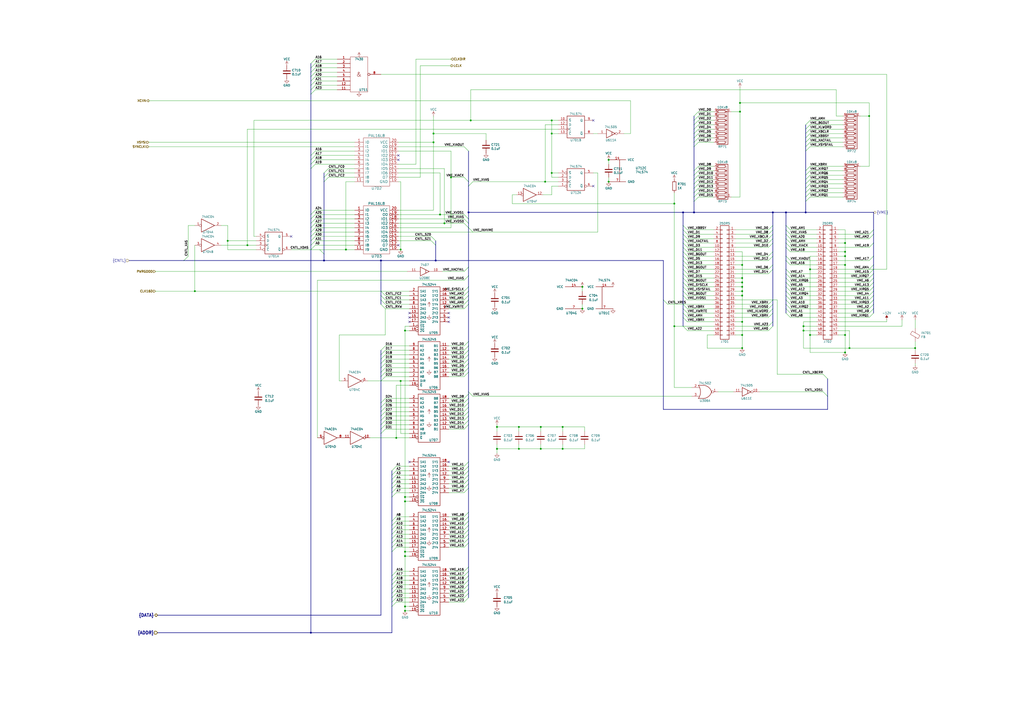
<source format=kicad_sch>
(kicad_sch (version 20231120) (generator "eeschema") (generator_version "8.0")
  (paper "A2")
  (lib_symbols
    (symbol "Atari-TT030:7406-Atari" (pin_names (offset 0.762))
      (property "Reference" "U" (at 3.81 8.89 0))
      (property "Value" "7406-Atari" (at 3.81 -7.62 0))
      (symbol "7406-Atari_1_1"
        (pin input line (at -7.62 0 0) (length 5.08) (name "~") (number "1"))
        (pin open_collector inverted (at 7.62 0 180) (length 5.08) (name "~") (number "2"))
      )
      (symbol "7406-Atari_2_1"
        (pin input line (at -7.62 0 0) (length 5.08) (name "~") (number "3"))
        (pin open_collector inverted (at 7.62 0 180) (length 5.08) (name "~") (number "4"))
      )
      (symbol "7406-Atari_3_1"
        (pin input line (at -7.62 0 0) (length 5.08) (name "~") (number "5"))
        (pin open_collector inverted (at 7.62 0 180) (length 5.08) (name "~") (number "6"))
      )
      (symbol "7406-Atari_4_1"
        (pin open_collector inverted (at 7.62 0 180) (length 5.08) (name "~") (number "8"))
        (pin input line (at -7.62 0 0) (length 5.08) (name "~") (number "9"))
      )
      (symbol "7406-Atari_5_1"
        (pin output inverted (at 7.62 0 180) (length 5.08) (name "~") (number "10"))
        (pin input line (at -7.62 0 0) (length 5.08) (name "~") (number "11"))
      )
      (symbol "7406-Atari_6_1"
        (pin open_collector inverted (at 7.62 0 180) (length 5.08) (name "~") (number "12"))
        (pin input line (at -7.62 0 0) (length 5.08) (name "~") (number "13"))
      )
      (symbol "7406-Atari_7_1"
        (pin power_in line (at 7.62 6.35 180) (length 5.08) (name "VCC") (number "14"))
        (pin power_in line (at 7.62 -6.35 180) (length 5.08) (name "GND") (number "7"))
      )
    )
    (symbol "Atari-TT030:7407-Atari" (pin_names (offset 0.762))
      (property "Reference" "U" (at 3.81 8.89 0))
      (property "Value" "7407-Atari" (at 3.81 -7.62 0))
      (symbol "7407-Atari_1_1"
        (pin input line (at -10.16 0 0) (length 7.62) (name "~") (number "1"))
        (pin open_collector line (at 10.16 0 180) (length 7.62) (name "~") (number "2"))
      )
      (symbol "7407-Atari_2_1"
        (pin input line (at -10.16 0 0) (length 7.62) (name "~") (number "3"))
        (pin open_collector line (at 10.16 0 180) (length 7.62) (name "~") (number "4"))
      )
      (symbol "7407-Atari_3_1"
        (pin input line (at -10.16 0 0) (length 7.62) (name "~") (number "5"))
        (pin open_collector line (at 10.16 0 180) (length 7.62) (name "~") (number "6"))
      )
      (symbol "7407-Atari_4_1"
        (pin open_collector line (at 10.16 0 180) (length 7.62) (name "~") (number "8"))
        (pin input line (at -10.16 0 0) (length 7.62) (name "~") (number "9"))
      )
      (symbol "7407-Atari_5_1"
        (pin open_collector line (at 10.16 0 180) (length 7.62) (name "~") (number "10"))
        (pin input line (at -10.16 0 0) (length 7.62) (name "~") (number "11"))
      )
      (symbol "7407-Atari_6_1"
        (pin open_collector line (at 10.16 0 180) (length 7.62) (name "~") (number "12"))
        (pin input line (at -10.16 0 0) (length 7.62) (name "~") (number "13"))
      )
      (symbol "7407-Atari_7_1"
        (pin power_in line (at 7.62 6.35 180) (length 7.62) (name "VCC") (number "14"))
        (pin power_in line (at 7.62 -6.35 180) (length 7.62) (name "GND") (number "7"))
      )
    )
    (symbol "Atari-TT030:7430-Atari" (pin_names (offset 0.762))
      (property "Reference" "U" (at 3.81 11.43 0))
      (property "Value" "7430-Atari" (at 5.08 -11.43 0))
      (symbol "7430-Atari_0_0"
        (text "&" (at 0 0 0) (effects (font (size 2.54 2.54))))
      )
      (symbol "7430-Atari_0_1"
        (pin power_in line (at 0 10.16 270) (length 0) hide (name "Vcc") (number "14"))
        (pin power_in line (at 0 -10.16 90) (length 0) hide (name "Gnd") (number "7"))
      )
      (symbol "7430-Atari_1_1"
        (pin input line (at -12.7 8.89 0) (length 7.62) (name "~") (number "1"))
        (pin input line (at -12.7 -8.89 0) (length 7.62) (name "~") (number "11"))
        (pin input line (at -12.7 -6.35 0) (length 7.62) (name "~") (number "12"))
        (pin input line (at -12.7 6.35 0) (length 7.62) (name "~") (number "2"))
        (pin input line (at -12.7 3.81 0) (length 7.62) (name "~") (number "3"))
        (pin input line (at -12.7 1.27 0) (length 7.62) (name "~") (number "4"))
        (pin input line (at -12.7 -1.27 0) (length 7.62) (name "~") (number "5"))
        (pin input line (at -12.7 -3.81 0) (length 7.62) (name "~") (number "6"))
        (pin output inverted (at 12.7 0 180) (length 7.62) (name "~") (number "8"))
      )
    )
    (symbol "Atari-TT030:74AC04-Atari" (pin_names (offset 1.016))
      (property "Reference" "U" (at 0 1.27 0))
      (property "Value" "74AC04-Atari" (at 0 -1.27 0))
      (symbol "74AC04-Atari_1_0"
        (pin input inverted (at -7.62 0 0) (length 3.81) (name "~") (number "1"))
        (pin output line (at 7.62 0 180) (length 3.81) (name "~") (number "2"))
      )
      (symbol "74AC04-Atari_2_0"
        (pin input inverted (at -7.62 0 0) (length 3.81) (name "~") (number "3"))
        (pin output line (at 7.62 0 180) (length 3.81) (name "~") (number "4"))
      )
      (symbol "74AC04-Atari_3_0"
        (pin input line (at -7.62 0 0) (length 3.81) (name "~") (number "5"))
        (pin output inverted (at 7.62 0 180) (length 3.81) (name "~") (number "6"))
      )
      (symbol "74AC04-Atari_4_0"
        (pin output line (at 7.62 0 180) (length 3.81) (name "~") (number "8"))
        (pin input inverted (at -7.62 0 0) (length 3.81) (name "~") (number "9"))
      )
      (symbol "74AC04-Atari_5_0"
        (pin output inverted (at 7.62 0 180) (length 3.81) (name "~") (number "10"))
        (pin input line (at -7.62 0 0) (length 3.81) (name "~") (number "11"))
      )
      (symbol "74AC04-Atari_6_0"
        (pin output line (at 7.62 0 180) (length 3.81) (name "~") (number "12"))
        (pin input inverted (at -7.62 0 0) (length 3.81) (name "~") (number "13"))
      )
      (symbol "74AC04-Atari_7_0"
        (pin power_in line (at 6.35 6.35 180) (length 10.0076) (name "VCC") (number "14"))
        (pin power_in line (at 6.35 -6.35 180) (length 10.0076) (name "GND") (number "7"))
      )
    )
    (symbol "Atari-TT030:74LS02-Atari" (pin_names (offset 1.016))
      (property "Reference" "U" (at 0 1.27 0))
      (property "Value" "74LS02-Atari" (at 0 -1.27 0))
      (symbol "74LS02-Atari_1_1"
        (pin output inverted (at 7.62 0 180) (length 3.81) (name "~") (number "1"))
        (pin input line (at -7.62 2.54 0) (length 4.318) (name "~") (number "2"))
        (pin input line (at -7.62 -2.54 0) (length 4.318) (name "~") (number "3"))
      )
      (symbol "74LS02-Atari_1_2"
        (pin output line (at 7.62 0 180) (length 3.81) (name "~") (number "1"))
        (pin input inverted (at -7.62 2.54 0) (length 3.81) (name "~") (number "2"))
        (pin input inverted (at -7.62 -2.54 0) (length 3.81) (name "~") (number "3"))
      )
      (symbol "74LS02-Atari_2_1"
        (pin output inverted (at 7.62 0 180) (length 3.81) (name "~") (number "4"))
        (pin input line (at -7.62 2.54 0) (length 4.318) (name "~") (number "5"))
        (pin input line (at -7.62 -2.54 0) (length 4.318) (name "~") (number "6"))
      )
      (symbol "74LS02-Atari_2_2"
        (pin output line (at 7.62 0 180) (length 3.81) (name "~") (number "4"))
        (pin input inverted (at -7.62 2.54 0) (length 3.81) (name "~") (number "5"))
        (pin input inverted (at -7.62 -2.54 0) (length 3.81) (name "~") (number "6"))
      )
      (symbol "74LS02-Atari_3_1"
        (pin output inverted (at 7.62 0 180) (length 3.81) (name "~") (number "10"))
        (pin input line (at -7.62 2.54 0) (length 4.318) (name "~") (number "8"))
        (pin input line (at -7.62 -2.54 0) (length 4.318) (name "~") (number "9"))
      )
      (symbol "74LS02-Atari_3_2"
        (pin output line (at 7.62 0 180) (length 3.81) (name "~") (number "10"))
        (pin input inverted (at -7.62 2.54 0) (length 3.81) (name "~") (number "8"))
        (pin input inverted (at -7.62 -2.54 0) (length 3.81) (name "~") (number "9"))
      )
      (symbol "74LS02-Atari_4_1"
        (pin input line (at -7.62 2.54 0) (length 4.318) (name "~") (number "11"))
        (pin input line (at -7.62 -2.54 0) (length 4.318) (name "~") (number "12"))
        (pin output inverted (at 7.62 0 180) (length 3.81) (name "~") (number "13"))
      )
      (symbol "74LS02-Atari_4_2"
        (pin input inverted (at -7.62 2.54 0) (length 3.81) (name "~") (number "11"))
        (pin input inverted (at -7.62 -2.54 0) (length 3.81) (name "~") (number "12"))
        (pin output line (at 7.62 0 180) (length 3.81) (name "~") (number "13"))
      )
      (symbol "74LS02-Atari_5_0"
        (pin power_in line (at 10.16 5.08 180) (length 10.0076) (name "VCC") (number "14"))
        (pin power_in line (at 10.16 -5.08 180) (length 10.0076) (name "GND") (number "7"))
      )
    )
    (symbol "Atari-TT030:74LS244-U7XX-Atari" (pin_names (offset 1.016))
      (property "Reference" "U" (at 0 -15.24 0))
      (property "Value" "74LS244-U7XX-Atari" (at 0 15.24 0))
      (symbol "74LS244-U7XX-Atari_1_0"
        (pin input inverted (at -11.43 -8.89 0) (length 5.08) (name "~{1G}") (number "1"))
        (pin input line (at -11.43 1.27 0) (length 5.08) (name "2A1") (number "11"))
        (pin output line (at 11.43 3.81 180) (length 5.08) (name "1Y4") (number "12"))
        (pin input line (at -11.43 -1.27 0) (length 5.08) (name "2A2") (number "13"))
        (pin output line (at 11.43 6.35 180) (length 5.08) (name "1Y3") (number "14"))
        (pin input line (at -11.43 -3.81 0) (length 5.08) (name "2A3") (number "15"))
        (pin output line (at 11.43 8.89 180) (length 5.08) (name "1Y2") (number "16"))
        (pin input line (at -11.43 -6.35 0) (length 5.08) (name "2A4") (number "17"))
        (pin output line (at 11.43 11.43 180) (length 5.08) (name "1Y1") (number "18"))
        (pin input inverted (at -11.43 -11.43 0) (length 5.08) (name "~{2G}") (number "19"))
        (pin input line (at -11.43 11.43 0) (length 5.08) (name "1A1") (number "2"))
        (pin output line (at 11.43 -6.35 180) (length 5.08) (name "2Y4") (number "3"))
        (pin input line (at -11.43 8.89 0) (length 5.08) (name "1A2") (number "4"))
        (pin output line (at 11.43 -3.81 180) (length 5.08) (name "2Y3") (number "5"))
        (pin input line (at -11.43 6.35 0) (length 5.08) (name "1A3") (number "6"))
        (pin output line (at 11.43 -1.27 180) (length 5.08) (name "2Y2") (number "7"))
        (pin input line (at -11.43 3.81 0) (length 5.08) (name "1A4") (number "8"))
        (pin output line (at 11.43 1.27 180) (length 5.08) (name "2Y1") (number "9"))
      )
      (symbol "74LS244-U7XX-Atari_1_1"
        (pin power_in line (at 0 -2.54 90) (length 0) hide (name "GND") (number "10"))
        (pin power_in line (at 0 2.54 270) (length 0) hide (name "VCC") (number "20"))
      )
    )
    (symbol "Atari-TT030:74LS74-Atari" (pin_names (offset 1.016))
      (property "Reference" "U" (at -7.62 8.89 0))
      (property "Value" "74LS74-Atari" (at -7.62 -8.89 0))
      (symbol "74LS74-Atari_1_0"
        (pin input inverted (at -10.16 -5.08 0) (length 5.08) (name "~{C}") (number "1"))
        (pin input line (at -10.16 0 0) (length 5.08) (name "D") (number "2"))
        (pin input clock (at -10.16 -2.54 0) (length 5.08) (name "C") (number "3"))
        (pin input inverted (at -10.16 2.54 0) (length 5.08) (name "~{S}") (number "4"))
        (pin output line (at 10.16 2.54 180) (length 5.08) (name "Q") (number "5"))
        (pin output inverted (at 10.16 -5.08 180) (length 5.08) (name "~{Q}") (number "6"))
      )
      (symbol "74LS74-Atari_2_0"
        (pin input line (at -10.16 2.54 0) (length 5.08) (name "~{S}") (number "10"))
        (pin input clock (at -10.16 -2.54 0) (length 5.08) (name "C") (number "11"))
        (pin input line (at -10.16 0 0) (length 5.08) (name "D") (number "12"))
        (pin input line (at -10.16 -5.08 0) (length 5.08) (name "~{C}") (number "13"))
        (pin output line (at 10.16 -5.08 180) (length 5.08) (name "~{Q}") (number "8"))
        (pin output line (at 10.16 2.54 180) (length 5.08) (name "Q") (number "9"))
      )
      (symbol "74LS74-Atari_3_0"
        (pin power_in line (at 5.08 6.35 180) (length 10.0076) (name "VCC") (number "14"))
        (pin power_in line (at 5.08 -6.35 180) (length 10.0076) (name "GND") (number "7"))
      )
    )
    (symbol "Atari-TT030:Conn_02x25_Odd_Even-Atari" (pin_names (offset 1.016) hide)
      (property "Reference" "J" (at 1.27 34.29 0))
      (property "Value" "Conn_02x25_Odd_Even-Atari" (at -7.62 -34.29 0))
      (symbol "Conn_02x25_Odd_Even-Atari_1_1"
        (pin passive line (at -5.08 30.48 0) (length 3.81) (name "Pin_1") (number "1"))
        (pin passive line (at 7.62 20.32 180) (length 3.81) (name "Pin_10") (number "10"))
        (pin passive line (at -5.08 17.78 0) (length 3.81) (name "Pin_11") (number "11"))
        (pin passive line (at 7.62 17.78 180) (length 3.81) (name "Pin_12") (number "12"))
        (pin passive line (at -5.08 15.24 0) (length 3.81) (name "Pin_13") (number "13"))
        (pin passive line (at 7.62 15.24 180) (length 3.81) (name "Pin_14") (number "14"))
        (pin passive line (at -5.08 12.7 0) (length 3.81) (name "Pin_15") (number "15"))
        (pin passive line (at 7.62 12.7 180) (length 3.81) (name "Pin_16") (number "16"))
        (pin passive line (at -5.08 10.16 0) (length 3.81) (name "Pin_17") (number "17"))
        (pin passive line (at 7.62 10.16 180) (length 3.81) (name "Pin_18") (number "18"))
        (pin passive line (at -5.08 7.62 0) (length 3.81) (name "Pin_19") (number "19"))
        (pin passive line (at 7.62 30.48 180) (length 3.81) (name "Pin_2") (number "2"))
        (pin passive line (at 7.62 7.62 180) (length 3.81) (name "Pin_20") (number "20"))
        (pin passive line (at -5.08 5.08 0) (length 3.81) (name "Pin_21") (number "21"))
        (pin passive line (at 7.62 5.08 180) (length 3.81) (name "Pin_22") (number "22"))
        (pin passive line (at -5.08 2.54 0) (length 3.81) (name "Pin_23") (number "23"))
        (pin passive line (at 7.62 2.54 180) (length 3.81) (name "Pin_24") (number "24"))
        (pin passive line (at -5.08 0 0) (length 3.81) (name "Pin_25") (number "25"))
        (pin passive line (at 7.62 0 180) (length 3.81) (name "Pin_26") (number "26"))
        (pin passive line (at -5.08 -2.54 0) (length 3.81) (name "Pin_27") (number "27"))
        (pin passive line (at 7.62 -2.54 180) (length 3.81) (name "Pin_28") (number "28"))
        (pin passive line (at -5.08 -5.08 0) (length 3.81) (name "Pin_29") (number "29"))
        (pin passive line (at -5.08 27.94 0) (length 3.81) (name "Pin_3") (number "3"))
        (pin passive line (at 7.62 -5.08 180) (length 3.81) (name "Pin_30") (number "30"))
        (pin passive line (at -5.08 -7.62 0) (length 3.81) (name "Pin_31") (number "31"))
        (pin passive line (at 7.62 -7.62 180) (length 3.81) (name "Pin_32") (number "32"))
        (pin passive line (at -5.08 -10.16 0) (length 3.81) (name "Pin_33") (number "33"))
        (pin passive line (at 7.62 -10.16 180) (length 3.81) (name "Pin_34") (number "34"))
        (pin passive line (at -5.08 -12.7 0) (length 3.81) (name "Pin_35") (number "35"))
        (pin passive line (at 7.62 -12.7 180) (length 3.81) (name "Pin_36") (number "36"))
        (pin passive line (at -5.08 -15.24 0) (length 3.81) (name "Pin_37") (number "37"))
        (pin passive line (at 7.62 -15.24 180) (length 3.81) (name "Pin_38") (number "38"))
        (pin passive line (at -5.08 -17.78 0) (length 3.81) (name "Pin_39") (number "39"))
        (pin passive line (at 7.62 27.94 180) (length 3.81) (name "Pin_4") (number "4"))
        (pin passive line (at 7.62 -17.78 180) (length 3.81) (name "Pin_40") (number "40"))
        (pin passive line (at -5.08 -20.32 0) (length 3.81) (name "Pin_41") (number "41"))
        (pin passive line (at 7.62 -20.32 180) (length 3.81) (name "Pin_42") (number "42"))
        (pin passive line (at -5.08 -22.86 0) (length 3.81) (name "Pin_43") (number "43"))
        (pin passive line (at 7.62 -22.86 180) (length 3.81) (name "Pin_44") (number "44"))
        (pin passive line (at -5.08 -25.4 0) (length 3.81) (name "Pin_45") (number "45"))
        (pin passive line (at 7.62 -25.4 180) (length 3.81) (name "Pin_46") (number "46"))
        (pin passive line (at -5.08 -27.94 0) (length 3.81) (name "Pin_47") (number "47"))
        (pin passive line (at 7.62 -27.94 180) (length 3.81) (name "Pin_48") (number "48"))
        (pin passive line (at -5.08 -30.48 0) (length 3.81) (name "Pin_49") (number "49"))
        (pin passive line (at -5.08 25.4 0) (length 3.81) (name "Pin_5") (number "5"))
        (pin passive line (at 7.62 -30.48 180) (length 3.81) (name "Pin_50") (number "50"))
        (pin passive line (at 7.62 25.4 180) (length 3.81) (name "Pin_6") (number "6"))
        (pin passive line (at -5.08 22.86 0) (length 3.81) (name "Pin_7") (number "7"))
        (pin passive line (at 7.62 22.86 180) (length 3.81) (name "Pin_8") (number "8"))
        (pin passive line (at -5.08 20.32 0) (length 3.81) (name "Pin_9") (number "9"))
      )
    )
    (symbol "Atari-TT030:Ferrite_Bead-Device" (pin_numbers hide) (pin_names (offset 0))
      (property "Reference" "FB" (at -3.81 0.635 90))
      (property "Value" "Ferrite_Bead-Device" (at 3.81 0 90))
      (symbol "Ferrite_Bead-Device_1_1"
        (pin passive line (at 0 3.81 270) (length 2.54) (name "~") (number "1"))
        (pin passive line (at 0 -3.81 90) (length 2.54) (name "~") (number "2"))
      )
    )
    (symbol "Atari-TT030:LS245-VME-Atari" (pin_names (offset 1.016))
      (property "Reference" "U" (at -1.27 -15.24 0))
      (property "Value" "LS245-VME-Atari" (at 0 15.24 0))
      (symbol "LS245-VME-Atari_1_0"
        (pin input line (at -11.43 -8.89 0) (length 5.08) (name "DIR") (number "1"))
        (pin input line (at 11.43 -6.35 180) (length 5.08) (name "B1") (number "11"))
        (pin input line (at 11.43 -3.81 180) (length 5.08) (name "B2") (number "12"))
        (pin input line (at 11.43 -1.27 180) (length 5.08) (name "B3") (number "13"))
        (pin input line (at 11.43 1.27 180) (length 5.08) (name "B4") (number "14"))
        (pin input line (at 11.43 3.81 180) (length 5.08) (name "B5") (number "15"))
        (pin input line (at 11.43 6.35 180) (length 5.08) (name "B6") (number "16"))
        (pin input line (at 11.43 8.89 180) (length 5.08) (name "B7") (number "17"))
        (pin input line (at 11.43 11.43 180) (length 5.08) (name "B8") (number "18"))
        (pin input inverted (at -11.43 -11.43 0) (length 5.08) (name "~{G}") (number "19"))
        (pin output line (at -11.43 11.43 0) (length 5.08) (name "A1") (number "2"))
        (pin output line (at -11.43 8.89 0) (length 5.08) (name "A2") (number "3"))
        (pin output line (at -11.43 6.35 0) (length 5.08) (name "A3") (number "4"))
        (pin output line (at -11.43 3.81 0) (length 5.08) (name "A4") (number "5"))
        (pin output line (at -11.43 1.27 0) (length 5.08) (name "A5") (number "6"))
        (pin output line (at -11.43 -1.27 0) (length 5.08) (name "A6") (number "7"))
        (pin output line (at -11.43 -3.81 0) (length 5.08) (name "A7") (number "8"))
        (pin output line (at -11.43 -6.35 0) (length 5.08) (name "A8") (number "9"))
      )
      (symbol "LS245-VME-Atari_1_1"
        (pin power_in line (at 0 -2.54 90) (length 0) hide (name "GND") (number "10"))
        (pin power_in line (at 0 2.54 270) (length 0) hide (name "VCC") (number "20"))
      )
    )
    (symbol "Atari-TT030:LS245-VME-U706-Atari" (pin_names (offset 1.016))
      (property "Reference" "U" (at -1.27 -15.24 0))
      (property "Value" "LS245-VME-U706-Atari" (at 0 15.24 0))
      (symbol "LS245-VME-U706-Atari_1_0"
        (pin input line (at -11.43 -8.89 0) (length 5.08) (name "DIR") (number "1"))
        (pin input line (at 11.43 11.43 180) (length 5.08) (name "B1") (number "11"))
        (pin input line (at 11.43 8.89 180) (length 5.08) (name "B2") (number "12"))
        (pin input line (at 11.43 6.35 180) (length 5.08) (name "B3") (number "13"))
        (pin input line (at 11.43 3.81 180) (length 5.08) (name "B4") (number "14"))
        (pin input line (at 11.43 1.27 180) (length 5.08) (name "B5") (number "15"))
        (pin input line (at 11.43 -1.27 180) (length 5.08) (name "B6") (number "16"))
        (pin input line (at 11.43 -3.81 180) (length 5.08) (name "B7") (number "17"))
        (pin input line (at 11.43 -6.35 180) (length 5.08) (name "B8") (number "18"))
        (pin input inverted (at -11.43 -11.43 0) (length 5.08) (name "~{G}") (number "19"))
        (pin output line (at -11.43 -6.35 0) (length 5.08) (name "A8") (number "2"))
        (pin output line (at -11.43 -3.81 0) (length 5.08) (name "A7") (number "3"))
        (pin output line (at -11.43 -1.27 0) (length 5.08) (name "A6") (number "4"))
        (pin output line (at -11.43 1.27 0) (length 5.08) (name "A5") (number "5"))
        (pin output line (at -11.43 3.81 0) (length 5.08) (name "A4") (number "6"))
        (pin output line (at -11.43 6.35 0) (length 5.08) (name "A3") (number "7"))
        (pin output line (at -11.43 8.89 0) (length 5.08) (name "A2") (number "8"))
        (pin output line (at -11.43 11.43 0) (length 5.08) (name "A1") (number "9"))
      )
      (symbol "LS245-VME-U706-Atari_1_1"
        (pin power_in line (at 0 -2.54 90) (length 0) hide (name "GND") (number "10"))
        (pin power_in line (at 0 2.54 270) (length 0) hide (name "VCC") (number "20"))
      )
    )
    (symbol "Atari-TT030:PAL16L8-Atari" (pin_names (offset 1.016))
      (property "Reference" "U" (at 0 15.24 0))
      (property "Value" "PAL16L8-Atari" (at 0 -15.24 0))
      (symbol "PAL16L8-Atari_0_0"
        (pin power_in line (at 12.7 -11.43 180) (length 5.08) (name "GND") (number "10"))
        (pin power_in line (at 12.7 11.43 180) (length 5.08) (name "VCC") (number "20"))
      )
      (symbol "PAL16L8-Atari_1_1"
        (pin input line (at -12.7 11.43 0) (length 5.08) (name "I0") (number "1"))
        (pin input line (at -12.7 -11.43 0) (length 5.08) (name "I9") (number "11"))
        (pin tri_state inverted (at 12.7 -8.89 180) (length 5.08) (name "O7") (number "12"))
        (pin tri_state inverted (at 12.7 -6.35 180) (length 5.08) (name "IO6") (number "13"))
        (pin tri_state inverted (at 12.7 -3.81 180) (length 5.08) (name "IO5") (number "14"))
        (pin tri_state inverted (at 12.7 -1.27 180) (length 5.08) (name "IO4") (number "15"))
        (pin tri_state inverted (at 12.7 1.27 180) (length 5.08) (name "IO3") (number "16"))
        (pin tri_state inverted (at 12.7 3.81 180) (length 5.08) (name "IO2") (number "17"))
        (pin tri_state inverted (at 12.7 6.35 180) (length 5.08) (name "IO1") (number "18"))
        (pin tri_state inverted (at 12.7 8.89 180) (length 5.08) (name "O0") (number "19"))
        (pin input line (at -12.7 8.89 0) (length 5.08) (name "I1") (number "2"))
        (pin input line (at -12.7 6.35 0) (length 5.08) (name "I2") (number "3"))
        (pin input line (at -12.7 3.81 0) (length 5.08) (name "I3") (number "4"))
        (pin input line (at -12.7 1.27 0) (length 5.08) (name "I4") (number "5"))
        (pin input line (at -12.7 -1.27 0) (length 5.08) (name "I5") (number "6"))
        (pin input line (at -12.7 -3.81 0) (length 5.08) (name "I6") (number "7"))
        (pin input line (at -12.7 -6.35 0) (length 5.08) (name "I7") (number "8"))
        (pin input line (at -12.7 -8.89 0) (length 5.08) (name "I8") (number "9"))
      )
    )
    (symbol "Atari-TT030:RP72-Atari" (pin_names (offset 0) hide)
      (property "Reference" "RN" (at 0 11.43 0))
      (property "Value" "RP72-Atari" (at 0 -11.43 0))
      (symbol "RP72-Atari_1_1"
        (pin passive line (at 5.08 8.89 180) (length 2.54) (name "common") (number "1"))
        (pin passive line (at -5.08 6.35 0) (length 2.54) (name "R2") (number "2"))
        (pin passive line (at -5.08 1.27 0) (length 2.54) (name "R4") (number "3"))
        (pin passive line (at -5.08 -8.89 0) (length 2.54) (name "R8") (number "4"))
        (pin passive line (at -5.08 3.81 0) (length 2.54) (name "R3") (number "5"))
        (pin passive line (at -5.08 8.89 0) (length 2.54) (name "R1") (number "6"))
        (pin passive line (at -5.08 -6.35 0) (length 2.54) (name "R7") (number "7"))
        (pin passive line (at -5.08 -1.27 0) (length 2.54) (name "R5") (number "8"))
        (pin passive line (at -5.08 -3.81 0) (length 2.54) (name "R6") (number "9"))
      )
    )
    (symbol "Atari-TT030:RP8-Atari" (pin_names (offset 0) hide)
      (property "Reference" "RN" (at 0 11.43 0))
      (property "Value" "RP8-Atari" (at 0 -11.43 0))
      (symbol "RP8-Atari_1_1"
        (pin passive line (at 5.08 8.89 180) (length 2.54) (name "common") (number "1"))
        (pin passive line (at -5.08 -8.89 0) (length 2.54) (name "R8") (number "2"))
        (pin passive line (at -5.08 -6.35 0) (length 2.54) (name "R7") (number "3"))
        (pin passive line (at -5.08 -3.81 0) (length 2.54) (name "R6") (number "4"))
        (pin passive line (at -5.08 -1.27 0) (length 2.54) (name "R5") (number "5"))
        (pin passive line (at -5.08 1.27 0) (length 2.54) (name "R4") (number "6"))
        (pin passive line (at -5.08 3.81 0) (length 2.54) (name "R3") (number "7"))
        (pin passive line (at -5.08 6.35 0) (length 2.54) (name "R2") (number "8"))
        (pin passive line (at -5.08 8.89 0) (length 2.54) (name "R1") (number "9"))
      )
    )
    (symbol "Device:C" (pin_numbers hide) (pin_names (offset 0.254))
      (property "Reference" "C" (at 0.635 2.54 0))
      (property "Value" "C" (at 0.635 -2.54 0))
      (symbol "C_1_1"
        (pin passive line (at 0 3.81 270) (length 2.794) (name "~") (number "1"))
        (pin passive line (at 0 -3.81 90) (length 2.794) (name "~") (number "2"))
      )
    )
    (symbol "Device:R" (pin_numbers hide) (pin_names (offset 0))
      (property "Reference" "R" (at 2.032 0 90))
      (property "Value" "R" (at 0 0 90))
      (symbol "R_1_1"
        (pin passive line (at 0 3.81 270) (length 1.27) (name "~") (number "1"))
        (pin passive line (at 0 -3.81 90) (length 1.27) (name "~") (number "2"))
      )
    )
    (symbol "power:+12V" (power) (pin_numbers hide) (pin_names (offset 0) hide)
      (property "Value" "+12V" (at 0 3.556 0))
      (symbol "+12V_1_1"
        (pin power_in line (at 0 0 90) (length 0) (name "~") (number "1"))
      )
    )
    (symbol "power:-12V" (power) (pin_numbers hide) (pin_names (offset 0) hide)
      (property "Value" "-12V" (at 0 3.556 0))
      (symbol "-12V_0_0"
        (pin power_in line (at 0 0 90) (length 0) (name "~") (number "1"))
      )
    )
    (symbol "power:GND" (power) (pin_numbers hide) (pin_names (offset 0) hide)
      (property "Value" "GND" (at 0 -3.81 0))
      (symbol "GND_1_1"
        (pin power_in line (at 0 0 270) (length 0) (name "~") (number "1"))
      )
    )
    (symbol "power:VCC" (power) (pin_numbers hide) (pin_names (offset 0) hide)
      (property "Value" "VCC" (at 0 3.556 0))
      (symbol "VCC_1_1"
        (pin power_in line (at 0 0 90) (length 0) (name "~") (number "1"))
      )
    )
  )
  (junction (at 257.81 129.54))
  (junction (at 430.53 153.67))
  (junction (at 469.9 194.31))
  (junction (at 430.53 161.29))
  (junction (at 113.03 168.91))
  (junction (at 234.95 354.33))
  (junction (at 448.31 123.19))
  (junction (at 430.53 166.37))
  (junction (at 300.99 260.35))
  (junction (at 430.53 168.91))
  (junction (at 490.22 140.97))
  (junction (at 313.69 247.65))
  (junction (at 430.53 186.69))
  (junction (at 271.78 123.19))
  (junction (at 430.53 171.45))
  (junction (at 300.99 247.65))
  (junction (at 490.22 204.47))
  (junction (at 326.39 247.65))
  (junction (at 430.53 201.93))
  (junction (at 232.41 144.78))
  (junction (at 313.69 260.35))
  (junction (at 430.53 194.31))
  (junction (at 466.09 191.77))
  (junction (at 251.46 82.55))
  (junction (at 337.82 179.07))
  (junction (at 234.95 191.77))
  (junction (at 337.82 166.37))
  (junction (at 288.29 260.35))
  (junction (at 320.04 69.85))
  (junction (at 490.22 148.59))
  (junction (at 504.19 67.31))
  (junction (at 232.41 220.98))
  (junction (at 187.96 151.13))
  (junction (at 252.73 151.13))
  (junction (at 234.95 290.83))
  (junction (at 396.24 123.19))
  (junction (at 530.86 201.93))
  (junction (at 251.46 77.47))
  (junction (at 429.26 64.77))
  (junction (at 430.53 163.83))
  (junction (at 229.87 254))
  (junction (at 320.04 100.33))
  (junction (at 490.22 153.67))
  (junction (at 429.26 59.69))
  (junction (at 180.34 367.03))
  (junction (at 466.09 189.23))
  (junction (at 402.59 123.19))
  (junction (at 326.39 260.35))
  (junction (at 353.06 92.71))
  (junction (at 143.51 142.24))
  (junction (at 469.9 156.21))
  (junction (at 320.04 77.47))
  (junction (at 273.05 69.85))
  (junction (at 490.22 194.31))
  (junction (at 200.66 144.78))
  (junction (at 455.93 123.19))
  (junction (at 132.08 139.7))
  (junction (at 490.22 146.05))
  (junction (at 492.76 201.93))
  (junction (at 234.95 288.29))
  (junction (at 234.95 322.58))
  (junction (at 467.36 123.19))
  (junction (at 255.27 124.46))
  (junction (at 234.95 351.79))
  (junction (at 353.06 105.41))
  (junction (at 220.98 151.13))
  (junction (at 288.29 247.65))
  (junction (at 234.95 320.04))
  (junction (at 391.16 118.11))
  (junction (at 316.23 105.41))
  (junction (at 391.16 189.23))
  (junction (at 261.62 102.87))
  (no_connect (at 237.49 186.69))
  (no_connect (at 237.49 267.97))
  (no_connect (at 168.91 137.16))
  (no_connect (at 344.17 107.95))
  (no_connect (at 260.35 181.61))
  (no_connect (at 231.14 92.71))
  (no_connect (at 260.35 267.97))
  (no_connect (at 237.49 184.15))
  (no_connect (at 231.14 90.17))
  (no_connect (at 260.35 186.69))
  (no_connect (at 237.49 181.61))
  (no_connect (at 231.14 142.24))
  (no_connect (at 344.17 69.85))
  (no_connect (at 260.35 184.15))
  (bus_entry (at 250.19 139.7) (size 2.54 2.54))
  (bus_entry (at 227.33 336.55) (size 2.54 -2.54))
  (bus_entry (at 269.24 124.46) (size 2.54 2.54))
  (bus_entry (at 455.93 143.51) (size 2.54 2.54))
  (bus_entry (at 396.24 181.61) (size 2.54 2.54))
  (bus_entry (at 220.98 243.84) (size 2.54 -2.54))
  (bus_entry (at 445.77 143.51) (size 2.54 -2.54))
  (bus_entry (at 445.77 156.21) (size 2.54 -2.54))
  (bus_entry (at 220.98 238.76) (size 2.54 -2.54))
  (bus_entry (at 269.24 285.75) (size 2.54 -2.54))
  (bus_entry (at 396.24 179.07) (size 2.54 2.54))
  (bus_entry (at 187.96 105.41) (size 2.54 -2.54))
  (bus_entry (at 455.93 161.29) (size 2.54 2.54))
  (bus_entry (at 185.42 144.78) (size 2.54 2.54))
  (bus_entry (at 180.34 44.45) (size 2.54 -2.54))
  (bus_entry (at 455.93 176.53) (size 2.54 2.54))
  (bus_entry (at 269.24 246.38) (size 2.54 -2.54))
  (bus_entry (at 467.36 80.01) (size 2.54 -2.54))
  (bus_entry (at 402.59 109.22) (size 2.54 -2.54))
  (bus_entry (at 269.24 270.51) (size 2.54 -2.54))
  (bus_entry (at 467.36 87.63) (size 2.54 -2.54))
  (bus_entry (at 227.33 283.21) (size 2.54 -2.54))
  (bus_entry (at 269.24 280.67) (size 2.54 -2.54))
  (bus_entry (at 220.98 173.99) (size 2.54 2.54))
  (bus_entry (at 402.59 72.39) (size 2.54 -2.54))
  (bus_entry (at 180.34 127) (size 2.54 -2.54))
  (bus_entry (at 402.59 74.93) (size 2.54 -2.54))
  (bus_entry (at 504.19 179.07) (size 2.54 -2.54))
  (bus_entry (at 269.24 157.48) (size 2.54 -2.54))
  (bus_entry (at 269.24 231.14) (size 2.54 -2.54))
  (bus_entry (at 180.34 90.17) (size 2.54 -2.54))
  (bus_entry (at 187.96 100.33) (size 2.54 -2.54))
  (bus_entry (at 269.24 102.87) (size 2.54 2.54))
  (bus_entry (at 269.24 173.99) (size 2.54 -2.54))
  (bus_entry (at 467.36 104.14) (size 2.54 -2.54))
  (bus_entry (at 467.36 85.09) (size 2.54 -2.54))
  (bus_entry (at 467.36 106.68) (size 2.54 -2.54))
  (bus_entry (at 445.77 138.43) (size 2.54 -2.54))
  (bus_entry (at 455.93 135.89) (size 2.54 2.54))
  (bus_entry (at 455.93 151.13) (size 2.54 2.54))
  (bus_entry (at 271.78 227.33) (size 2.54 2.54))
  (bus_entry (at 227.33 314.96) (size 2.54 -2.54))
  (bus_entry (at 220.98 208.28) (size 2.54 -2.54))
  (bus_entry (at 269.24 339.09) (size 2.54 -2.54))
  (bus_entry (at 227.33 312.42) (size 2.54 -2.54))
  (bus_entry (at 269.24 346.71) (size 2.54 -2.54))
  (bus_entry (at 220.98 218.44) (size 2.54 -2.54))
  (bus_entry (at 455.93 133.35) (size 2.54 2.54))
  (bus_entry (at 180.34 39.37) (size 2.54 -2.54))
  (bus_entry (at 269.24 336.55) (size 2.54 -2.54))
  (bus_entry (at 227.33 280.67) (size 2.54 -2.54))
  (bus_entry (at 180.34 52.07) (size 2.54 -2.54))
  (bus_entry (at 180.34 137.16) (size 2.54 -2.54))
  (bus_entry (at 455.93 148.59) (size 2.54 2.54))
  (bus_entry (at 227.33 278.13) (size 2.54 -2.54))
  (bus_entry (at 269.24 85.09) (size 2.54 2.54))
  (bus_entry (at 220.98 251.46) (size 2.54 -2.54))
  (bus_entry (at 187.96 102.87) (size 2.54 -2.54))
  (bus_entry (at 504.19 184.15) (size 2.54 -2.54))
  (bus_entry (at 180.34 142.24) (size 2.54 -2.54))
  (bus_entry (at 396.24 153.67) (size 2.54 2.54))
  (bus_entry (at 180.34 36.83) (size 2.54 -2.54))
  (bus_entry (at 220.98 233.68) (size 2.54 -2.54))
  (bus_entry (at 227.33 346.71) (size 2.54 -2.54))
  (bus_entry (at 220.98 168.91) (size 2.54 2.54))
  (bus_entry (at 180.34 41.91) (size 2.54 -2.54))
  (bus_entry (at 402.59 114.3) (size 2.54 -2.54))
  (bus_entry (at 180.34 124.46) (size 2.54 -2.54))
  (bus_entry (at 227.33 341.63) (size 2.54 -2.54))
  (bus_entry (at 269.24 275.59) (size 2.54 -2.54))
  (bus_entry (at 396.24 189.23) (size 2.54 2.54))
  (bus_entry (at 220.98 176.53) (size 2.54 2.54))
  (bus_entry (at 269.24 331.47) (size 2.54 -2.54))
  (bus_entry (at 396.24 171.45) (size 2.54 2.54))
  (bus_entry (at 227.33 273.05) (size 2.54 -2.54))
  (bus_entry (at 445.77 135.89) (size 2.54 -2.54))
  (bus_entry (at 445.77 189.23) (size 2.54 -2.54))
  (bus_entry (at 396.24 161.29) (size 2.54 2.54))
  (bus_entry (at 467.36 109.22) (size 2.54 -2.54))
  (bus_entry (at 396.24 130.81) (size 2.54 2.54))
  (bus_entry (at 402.59 99.06) (size 2.54 -2.54))
  (bus_entry (at 402.59 116.84) (size 2.54 -2.54))
  (bus_entry (at 180.34 144.78) (size 2.54 -2.54))
  (bus_entry (at 402.59 111.76) (size 2.54 -2.54))
  (bus_entry (at 269.24 200.66) (size 2.54 -2.54))
  (bus_entry (at 467.36 74.93) (size 2.54 -2.54))
  (bus_entry (at 445.77 158.75) (size 2.54 -2.54))
  (bus_entry (at 504.19 138.43) (size 2.54 -2.54))
  (bus_entry (at 467.36 82.55) (size 2.54 -2.54))
  (bus_entry (at 455.93 140.97) (size 2.54 2.54))
  (bus_entry (at 402.59 69.85) (size 2.54 -2.54))
  (bus_entry (at 269.24 273.05) (size 2.54 -2.54))
  (bus_entry (at 220.98 215.9) (size 2.54 -2.54))
  (bus_entry (at 445.77 133.35) (size 2.54 -2.54))
  (bus_entry (at 445.77 184.15) (size 2.54 -2.54))
  (bus_entry (at 269.24 334.01) (size 2.54 -2.54))
  (bus_entry (at 402.59 77.47) (size 2.54 -2.54))
  (bus_entry (at 269.24 278.13) (size 2.54 -2.54))
  (bus_entry (at 180.34 95.25) (size 2.54 -2.54))
  (bus_entry (at 396.24 163.83) (size 2.54 2.54))
  (bus_entry (at 402.59 67.31) (size 2.54 -2.54))
  (bus_entry (at 455.93 181.61) (size 2.54 2.54))
  (bus_entry (at 269.24 243.84) (size 2.54 -2.54))
  (bus_entry (at 455.93 171.45) (size 2.54 2.54))
  (bus_entry (at 220.98 203.2) (size 2.54 -2.54))
  (bus_entry (at 269.24 162.56) (size 2.54 -2.54))
  (bus_entry (at 220.98 171.45) (size 2.54 2.54))
  (bus_entry (at 455.93 163.83) (size 2.54 2.54))
  (bus_entry (at 402.59 106.68) (size 2.54 -2.54))
  (bus_entry (at 269.24 307.34) (size 2.54 -2.54))
  (bus_entry (at 269.24 205.74) (size 2.54 -2.54))
  (bus_entry (at 504.19 156.21) (size 2.54 -2.54))
  (bus_entry (at 220.98 236.22) (size 2.54 -2.54))
  (bus_entry (at 455.93 179.07) (size 2.54 2.54))
  (bus_entry (at 504.19 171.45) (size 2.54 -2.54))
  (bus_entry (at 477.52 227.33) (size 2.54 2.54))
  (bus_entry (at 504.19 176.53) (size 2.54 -2.54))
  (bus_entry (at 227.33 320.04) (size 2.54 -2.54))
  (bus_entry (at 396.24 140.97) (size 2.54 2.54))
  (bus_entry (at 106.68 151.13) (size 2.54 -2.54))
  (bus_entry (at 396.24 151.13) (size 2.54 2.54))
  (bus_entry (at 445.77 181.61) (size 2.54 -2.54))
  (bus_entry (at 269.24 312.42) (size 2.54 -2.54))
  (bus_entry (at 180.34 97.79) (size 2.54 -2.54))
  (bus_entry (at 477.52 217.17) (size 2.54 2.54))
  (bus_entry (at 269.24 317.5) (size 2.54 -2.54))
  (bus_entry (at 269.24 302.26) (size 2.54 -2.54))
  (bus_entry (at 402.59 85.09) (size 2.54 -2.54))
  (bus_entry (at 504.19 135.89) (size 2.54 -2.54))
  (bus_entry (at 445.77 148.59) (size 2.54 -2.54))
  (bus_entry (at 227.33 304.8) (size 2.54 -2.54))
  (bus_entry (at 227.33 344.17) (size 2.54 -2.54))
  (bus_entry (at 227.33 307.34) (size 2.54 -2.54))
  (bus_entry (at 227.33 275.59) (size 2.54 -2.54))
  (bus_entry (at 220.98 248.92) (size 2.54 -2.54))
  (bus_entry (at 269.24 208.28) (size 2.54 -2.54))
  (bus_entry (at 269.24 304.8) (size 2.54 -2.54))
  (bus_entry (at 504.19 143.51) (size 2.54 -2.54))
  (bus_entry (at 396.24 168.91) (size 2.54 2.54))
  (bus_entry (at 504.19 181.61) (size 2.54 -2.54))
  (bus_entry (at 504.19 161.29) (size 2.54 -2.54))
  (bus_entry (at 180.34 139.7) (size 2.54 -2.54))
  (bus_entry (at 180.34 134.62) (size 2.54 -2.54))
  (bus_entry (at 445.77 140.97) (size 2.54 -2.54))
  (bus_entry (at 445.77 176.53) (size 2.54 -2.54))
  (bus_entry (at 504.19 166.37) (size 2.54 -2.54))
  (bus_entry (at 269.24 129.54) (size 2.54 2.54))
  (bus_entry (at 396.24 135.89) (size 2.54 2.54))
  (bus_entry (at 180.34 129.54) (size 2.54 -2.54))
  (bus_entry (at 396.24 148.59) (size 2.54 2.54))
  (bus_entry (at 180.34 54.61) (size 2.54 -2.54))
  (bus_entry (at 269.24 248.92) (size 2.54 -2.54))
  (bus_entry (at 269.24 171.45) (size 2.54 -2.54))
  (bus_entry (at 227.33 309.88) (size 2.54 -2.54))
  (bus_entry (at 227.33 317.5) (size 2.54 -2.54))
  (bus_entry (at 227.33 334.01) (size 2.54 -2.54))
  (bus_entry (at 504.19 163.83) (size 2.54 -2.54))
  (bus_entry (at 269.24 179.07) (size 2.54 -2.54))
  (bus_entry (at 269.24 344.17) (size 2.54 -2.54))
  (bus_entry (at 269.24 241.3) (size 2.54 -2.54))
  (bus_entry (at 396.24 158.75) (size 2.54 2.54))
  (bus_entry (at 455.93 166.37) (size 2.54 2.54))
  (bus_entry (at 396.24 184.15) (size 2.54 2.54))
  (bus_entry (at 396.24 156.21) (size 2.54 2.54))
  (bus_entry (at 269.24 213.36) (size 2.54 -2.54))
  (bus_entry (at 269.24 283.21) (size 2.54 -2.54))
  (bus_entry (at 269.24 314.96) (size 2.54 -2.54))
  (bus_entry (at 180.34 46.99) (size 2.54 -2.54))
  (bus_entry (at 269.24 210.82) (size 2.54 -2.54))
  (bus_entry (at 227.33 302.26) (size 2.54 -2.54))
  (bus_entry (at 220.98 220.98) (size 2.54 -2.54))
  (bus_entry (at 269.24 341.63) (size 2.54 -2.54))
  (bus_entry (at 269.24 309.88) (size 2.54 -2.54))
  (bus_entry (at 455.93 173.99) (size 2.54 2.54))
  (bus_entry (at 269.24 238.76) (size 2.54 -2.54))
  (bus_entry (at 220.98 213.36) (size 2.54 -2.54))
  (bus_entry (at 402.59 82.55) (size 2.54 -2.54))
  (bus_entry (at 220.98 246.38) (size 2.54 -2.54))
  (bus_entry (at 445.77 151.13) (size 2.54 -2.54))
  (bus_entry (at 455.93 156.21) (size 2.54 2.54))
  (bus_entry (at 269.24 299.72) (size 2.54 -2.54))
  (bus_entry (at 467.36 77.47) (size 2.54 -2.54))
  (bus_entry (at 402.59 101.6) (size 2.54 -2.54))
  (bus_entry (at 227.33 339.09) (size 2.54 -2.54))
  (bus_entry (at 504.19 173.99) (size 2.54 -2.54))
  (bus_entry (at 504.19 151.13) (size 2.54 -2.54))
  (bus_entry (at 396.24 166.37) (size 2.54 2.54))
  (bus_entry (at 384.81 173.99) (size 2.54 2.54))
  (bus_entry (at 396.24 146.05) (size 2.54 2.54))
  (bus_entry (at 455.93 168.91) (size 2.54 2.54))
  (bus_entry (at 269.24 218.44) (size 2.54 -2.54))
  (bus_entry (at 227.33 285.75) (size 2.54 -2.54))
  (bus_entry (at 467.36 101.6) (size 2.54 -2.54))
  (bus_entry (at 396.24 133.35) (size 2.54 2.54))
  (bus_entry (at 396.24 138.43) (size 2.54 2.54))
  (bus_entry (at 467.36 72.39) (size 2.54 -2.54))
  (bus_entry (at 467.36 116.84) (size 2.54 -2.54))
  (bus_entry (at 396.24 143.51) (size 2.54 2.54))
  (bus_entry (at 250.19 137.16) (size 2.54 2.54))
  (bus_entry (at 455.93 138.43) (size 2.54 2.54))
  (bus_entry (at 504.19 168.91) (size 2.54 -2.54))
  (bus_entry (at 467.36 111.76) (size 2.54 -2.54))
  (bus_entry (at 504.19 158.75) (size 2.54 -2.54))
  (bus_entry (at 402.59 80.01) (size 2.54 -2.54))
  (bus_entry (at 227.33 351.79) (size 2.54 -2.54))
  (bus_entry (at 455.93 158.75) (size 2.54 2.54))
  (bus_entry (at 269.24 215.9) (size 2.54 -2.54))
  (bus_entry (at 269.24 236.22) (size 2.54 -2.54))
  (bus_entry (at 269.24 168.91) (size 2.54 -2.54))
  (bus_entry (at 220.98 241.3) (size 2.54 -2.54))
  (bus_entry (at 220.98 205.74) (size 2.54 -2.54))
  (bus_entry (at 396.24 176.53) (size 2.54 2.54))
  (bus_entry (at 467.36 114.3) (size 2.54 -2.54))
  (bus_entry (at 269.24 233.68) (size 2.54 -2.54))
  (bus_entry (at 445.77 179.07) (size 2.54 -2.54))
  (bus_entry (at 402.59 104.14) (size 2.54 -2.54))
  (bus_entry (at 271.78 132.08) (size 2.54 2.54))
  (bus_entry (at 269.24 349.25) (size 2.54 -2.54))
  (bus_entry (at 220.98 210.82) (size 2.54 -2.54))
  (bus_entry (at 455.93 130.81) (size 2.54 2.54))
  (bus_entry (at 269.24 176.53) (size 2.54 -2.54))
  (bus_entry (at 180.34 132.08) (size 2.54 -2.54))
  (bus_entry (at 269.24 127) (size 2.54 2.54))
  (bus_entry (at 227.33 288.29) (size 2.54 -2.54))
  (bus_entry (at 180.34 92.71) (size 2.54 -2.54))
  (bus_entry (at 467.36 99.06) (size 2.54 -2.54))
  (bus_entry (at 180.34 49.53) (size 2.54 -2.54))
  (bus_entry (at 271.78 107.95) (size 2.54 -2.54))
  (bus_entry (at 445.77 191.77) (size 2.54 -2.54))
  (bus_entry (at 227.33 349.25) (size 2.54 -2.54))
  (bus_entry (at 269.24 203.2) (size 2.54 -2.54))
  (bus (pts (xy 271.78 123.19) (xy 396.24 123.19)))
  (wire (pts (xy 274.32 105.41) (xy 316.23 105.41)))
  (bus (pts (xy 396.24 143.51) (xy 396.24 146.05)))
  (wire (pts (xy 234.95 354.33) (xy 237.49 354.33)))
  (bus (pts (xy 220.98 220.98) (xy 220.98 233.68)))
  (wire (pts (xy 530.86 203.2) (xy 530.86 201.93)))
  (wire (pts (xy 469.9 85.09) (xy 488.95 85.09)))
  (wire (pts (xy 223.52 248.92) (xy 237.49 248.92)))
  (wire (pts (xy 241.3 95.25) (xy 231.14 95.25)))
  (wire (pts (xy 490.22 204.47) (xy 469.9 204.47)))
  (wire (pts (xy 458.47 135.89) (xy 473.71 135.89)))
  (bus (pts (xy 402.59 72.39) (xy 402.59 74.93)))
  (bus (pts (xy 271.78 198.12) (xy 271.78 200.66)))
  (bus (pts (xy 271.78 297.18) (xy 271.78 299.72)))
  (wire (pts (xy 337.82 179.07) (xy 337.82 176.53)))
  (wire (pts (xy 391.16 118.11) (xy 391.16 189.23)))
  (bus (pts (xy 396.24 166.37) (xy 396.24 168.91)))
  (wire (pts (xy 486.41 194.31) (xy 490.22 194.31)))
  (bus (pts (xy 448.31 179.07) (xy 448.31 181.61)))
  (bus (pts (xy 227.33 273.05) (xy 227.33 275.59)))
  (wire (pts (xy 490.22 148.59) (xy 490.22 153.67)))
  (bus (pts (xy 448.31 135.89) (xy 448.31 138.43)))
  (wire (pts (xy 229.87 304.8) (xy 237.49 304.8)))
  (bus (pts (xy 227.33 346.71) (xy 227.33 349.25)))
  (bus (pts (xy 271.78 339.09) (xy 271.78 341.63)))
  (wire (pts (xy 229.87 223.52) (xy 237.49 223.52)))
  (wire (pts (xy 223.52 218.44) (xy 237.49 218.44)))
  (bus (pts (xy 467.36 101.6) (xy 467.36 104.14)))
  (wire (pts (xy 426.72 176.53) (xy 445.77 176.53)))
  (wire (pts (xy 405.13 111.76) (xy 414.02 111.76)))
  (wire (pts (xy 353.06 95.25) (xy 353.06 92.71)))
  (wire (pts (xy 486.41 135.89) (xy 504.19 135.89)))
  (wire (pts (xy 261.62 87.63) (xy 231.14 87.63)))
  (wire (pts (xy 229.87 275.59) (xy 237.49 275.59)))
  (wire (pts (xy 261.62 38.1) (xy 243.84 38.1)))
  (wire (pts (xy 398.78 156.21) (xy 414.02 156.21)))
  (wire (pts (xy 223.52 173.99) (xy 237.49 173.99)))
  (wire (pts (xy 426.72 146.05) (xy 430.53 146.05)))
  (wire (pts (xy 514.35 43.18) (xy 514.35 156.21)))
  (wire (pts (xy 504.19 67.31) (xy 504.19 96.52)))
  (wire (pts (xy 391.16 189.23) (xy 391.16 224.79)))
  (wire (pts (xy 458.47 179.07) (xy 473.71 179.07)))
  (bus (pts (xy 396.24 184.15) (xy 396.24 189.23)))
  (wire (pts (xy 182.88 121.92) (xy 205.74 121.92)))
  (wire (pts (xy 398.78 179.07) (xy 414.02 179.07)))
  (bus (pts (xy 252.73 142.24) (xy 252.73 151.13)))
  (bus (pts (xy 271.78 171.45) (xy 271.78 173.99)))
  (bus (pts (xy 227.33 288.29) (xy 227.33 302.26)))
  (wire (pts (xy 488.95 67.31) (xy 485.14 67.31)))
  (wire (pts (xy 486.41 163.83) (xy 504.19 163.83)))
  (wire (pts (xy 143.51 142.24) (xy 148.59 142.24)))
  (wire (pts (xy 223.52 208.28) (xy 237.49 208.28)))
  (wire (pts (xy 223.52 179.07) (xy 223.52 194.31)))
  (wire (pts (xy 251.46 82.55) (xy 251.46 77.47)))
  (wire (pts (xy 231.14 97.79) (xy 257.81 97.79)))
  (wire (pts (xy 398.78 161.29) (xy 414.02 161.29)))
  (bus (pts (xy 396.24 148.59) (xy 396.24 151.13)))
  (wire (pts (xy 260.35 241.3) (xy 269.24 241.3)))
  (wire (pts (xy 86.36 58.42) (xy 365.76 58.42)))
  (wire (pts (xy 469.9 74.93) (xy 488.95 74.93)))
  (wire (pts (xy 223.52 215.9) (xy 237.49 215.9)))
  (wire (pts (xy 182.88 132.08) (xy 205.74 132.08)))
  (wire (pts (xy 260.35 336.55) (xy 269.24 336.55)))
  (wire (pts (xy 255.27 124.46) (xy 269.24 124.46)))
  (wire (pts (xy 260.35 205.74) (xy 269.24 205.74)))
  (wire (pts (xy 182.88 41.91) (xy 195.58 41.91)))
  (bus (pts (xy 396.24 171.45) (xy 396.24 176.53)))
  (wire (pts (xy 260.35 236.22) (xy 269.24 236.22)))
  (wire (pts (xy 492.76 201.93) (xy 466.09 201.93)))
  (wire (pts (xy 426.72 186.69) (xy 430.53 186.69)))
  (wire (pts (xy 458.47 140.97) (xy 473.71 140.97)))
  (wire (pts (xy 346.71 77.47) (xy 344.17 77.47)))
  (wire (pts (xy 223.52 176.53) (xy 237.49 176.53)))
  (bus (pts (xy 271.78 236.22) (xy 271.78 238.76)))
  (wire (pts (xy 182.88 129.54) (xy 205.74 129.54)))
  (wire (pts (xy 229.87 307.34) (xy 237.49 307.34)))
  (wire (pts (xy 229.87 331.47) (xy 237.49 331.47)))
  (bus (pts (xy 271.78 344.17) (xy 271.78 346.71)))
  (bus (pts (xy 271.78 129.54) (xy 271.78 132.08)))
  (wire (pts (xy 223.52 246.38) (xy 237.49 246.38)))
  (wire (pts (xy 398.78 184.15) (xy 414.02 184.15)))
  (bus (pts (xy 402.59 85.09) (xy 402.59 99.06)))
  (wire (pts (xy 182.88 49.53) (xy 195.58 49.53)))
  (bus (pts (xy 506.73 168.91) (xy 506.73 171.45)))
  (wire (pts (xy 486.41 153.67) (xy 490.22 153.67)))
  (wire (pts (xy 196.85 194.31) (xy 223.52 194.31)))
  (bus (pts (xy 180.34 132.08) (xy 180.34 134.62)))
  (wire (pts (xy 346.71 100.33) (xy 344.17 100.33)))
  (wire (pts (xy 234.95 351.79) (xy 234.95 354.33)))
  (wire (pts (xy 458.47 166.37) (xy 473.71 166.37)))
  (wire (pts (xy 231.14 82.55) (xy 251.46 82.55)))
  (bus (pts (xy 227.33 312.42) (xy 227.33 314.96)))
  (bus (pts (xy 220.98 151.13) (xy 220.98 168.91)))
  (wire (pts (xy 492.76 191.77) (xy 492.76 201.93)))
  (bus (pts (xy 220.98 251.46) (xy 220.98 356.87)))
  (wire (pts (xy 234.95 290.83) (xy 234.95 320.04)))
  (bus (pts (xy 402.59 123.19) (xy 448.31 123.19)))
  (bus (pts (xy 271.78 132.08) (xy 271.78 154.94)))
  (wire (pts (xy 469.9 80.01) (xy 488.95 80.01)))
  (bus (pts (xy 467.36 74.93) (xy 467.36 77.47)))
  (wire (pts (xy 229.87 299.72) (xy 237.49 299.72)))
  (wire (pts (xy 430.53 171.45) (xy 430.53 186.69)))
  (wire (pts (xy 426.72 171.45) (xy 430.53 171.45)))
  (wire (pts (xy 398.78 173.99) (xy 414.02 173.99)))
  (wire (pts (xy 231.14 124.46) (xy 255.27 124.46)))
  (wire (pts (xy 477.52 217.17) (xy 450.85 217.17)))
  (bus (pts (xy 180.34 139.7) (xy 180.34 142.24)))
  (wire (pts (xy 237.49 251.46) (xy 232.41 251.46)))
  (bus (pts (xy 180.34 367.03) (xy 227.33 367.03)))
  (wire (pts (xy 323.85 102.87) (xy 320.04 102.87)))
  (bus (pts (xy 180.34 39.37) (xy 180.34 41.91)))
  (bus (pts (xy 467.36 114.3) (xy 467.36 116.84)))
  (bus (pts (xy 467.36 85.09) (xy 467.36 87.63)))
  (wire (pts (xy 168.91 144.78) (xy 180.34 144.78)))
  (wire (pts (xy 313.69 260.35) (xy 326.39 260.35)))
  (wire (pts (xy 398.78 181.61) (xy 414.02 181.61)))
  (wire (pts (xy 132.08 130.81) (xy 128.27 130.81)))
  (wire (pts (xy 405.13 82.55) (xy 414.02 82.55)))
  (wire (pts (xy 430.53 194.31) (xy 430.53 201.93)))
  (wire (pts (xy 530.86 212.09) (xy 530.86 210.82)))
  (wire (pts (xy 504.19 59.69) (xy 504.19 67.31)))
  (bus (pts (xy 448.31 123.19) (xy 455.93 123.19)))
  (wire (pts (xy 486.41 186.69) (xy 514.35 186.69)))
  (wire (pts (xy 469.9 156.21) (xy 473.71 156.21)))
  (wire (pts (xy 405.13 69.85) (xy 414.02 69.85)))
  (wire (pts (xy 426.72 158.75) (xy 445.77 158.75)))
  (wire (pts (xy 300.99 257.81) (xy 300.99 260.35)))
  (bus (pts (xy 467.36 72.39) (xy 467.36 74.93)))
  (wire (pts (xy 231.14 85.09) (xy 269.24 85.09)))
  (wire (pts (xy 229.87 312.42) (xy 237.49 312.42)))
  (wire (pts (xy 260.35 270.51) (xy 269.24 270.51)))
  (bus (pts (xy 227.33 304.8) (xy 227.33 307.34)))
  (wire (pts (xy 458.47 143.51) (xy 473.71 143.51)))
  (wire (pts (xy 260.35 208.28) (xy 269.24 208.28)))
  (bus (pts (xy 402.59 111.76) (xy 402.59 114.3)))
  (wire (pts (xy 300.99 260.35) (xy 313.69 260.35)))
  (wire (pts (xy 274.32 229.87) (xy 401.32 229.87)))
  (bus (pts (xy 220.98 236.22) (xy 220.98 238.76)))
  (bus (pts (xy 180.34 92.71) (xy 180.34 95.25)))
  (wire (pts (xy 426.72 148.59) (xy 445.77 148.59)))
  (bus (pts (xy 220.98 213.36) (xy 220.98 215.9)))
  (wire (pts (xy 490.22 194.31) (xy 490.22 204.47)))
  (wire (pts (xy 113.03 168.91) (xy 220.98 168.91)))
  (bus (pts (xy 252.73 139.7) (xy 252.73 142.24)))
  (wire (pts (xy 398.78 168.91) (xy 414.02 168.91)))
  (wire (pts (xy 473.71 191.77) (xy 466.09 191.77)))
  (wire (pts (xy 132.08 139.7) (xy 132.08 130.81)))
  (bus (pts (xy 506.73 123.19) (xy 506.73 133.35)))
  (wire (pts (xy 182.88 92.71) (xy 205.74 92.71)))
  (wire (pts (xy 229.87 302.26) (xy 237.49 302.26)))
  (bus (pts (xy 467.36 77.47) (xy 467.36 80.01)))
  (wire (pts (xy 182.88 95.25) (xy 205.74 95.25)))
  (bus (pts (xy 402.59 101.6) (xy 402.59 104.14)))
  (wire (pts (xy 229.87 349.25) (xy 237.49 349.25)))
  (wire (pts (xy 231.14 139.7) (xy 250.19 139.7)))
  (wire (pts (xy 231.14 134.62) (xy 274.32 134.62)))
  (wire (pts (xy 260.35 275.59) (xy 269.24 275.59)))
  (wire (pts (xy 260.35 243.84) (xy 269.24 243.84)))
  (bus (pts (xy 506.73 166.37) (xy 506.73 168.91)))
  (wire (pts (xy 232.41 144.78) (xy 232.41 105.41)))
  (wire (pts (xy 281.94 81.28) (xy 281.94 77.47)))
  (bus (pts (xy 271.78 215.9) (xy 271.78 227.33)))
  (wire (pts (xy 231.14 129.54) (xy 257.81 129.54)))
  (wire (pts (xy 440.69 227.33) (xy 477.52 227.33)))
  (bus (pts (xy 180.34 95.25) (xy 180.34 97.79)))
  (bus (pts (xy 402.59 74.93) (xy 402.59 77.47)))
  (wire (pts (xy 261.62 102.87) (xy 261.62 87.63)))
  (wire (pts (xy 426.72 163.83) (xy 430.53 163.83)))
  (wire (pts (xy 346.71 134.62) (xy 346.71 100.33)))
  (wire (pts (xy 405.13 96.52) (xy 414.02 96.52)))
  (bus (pts (xy 396.24 156.21) (xy 396.24 158.75)))
  (wire (pts (xy 320.04 100.33) (xy 320.04 77.47)))
  (bus (pts (xy 227.33 317.5) (xy 227.33 320.04)))
  (wire (pts (xy 234.95 191.77) (xy 234.95 189.23)))
  (wire (pts (xy 426.72 166.37) (xy 430.53 166.37)))
  (bus (pts (xy 467.36 80.01) (xy 467.36 82.55)))
  (bus (pts (xy 271.78 309.88) (xy 271.78 312.42)))
  (wire (pts (xy 326.39 250.19) (xy 326.39 247.65)))
  (wire (pts (xy 514.35 186.69) (xy 514.35 185.42)))
  (wire (pts (xy 469.9 77.47) (xy 488.95 77.47)))
  (bus (pts (xy 180.34 41.91) (xy 180.34 44.45)))
  (bus (pts (xy 506.73 171.45) (xy 506.73 173.99)))
  (wire (pts (xy 313.69 257.81) (xy 313.69 260.35)))
  (wire (pts (xy 260.35 341.63) (xy 269.24 341.63)))
  (bus (pts (xy 448.31 133.35) (xy 448.31 135.89)))
  (bus (pts (xy 187.96 105.41) (xy 187.96 147.32)))
  (bus (pts (xy 220.98 233.68) (xy 220.98 236.22)))
  (wire (pts (xy 260.35 280.67) (xy 269.24 280.67)))
  (wire (pts (xy 281.94 77.47) (xy 251.46 77.47)))
  (wire (pts (xy 223.52 179.07) (xy 237.49 179.07)))
  (bus (pts (xy 187.96 151.13) (xy 220.98 151.13)))
  (wire (pts (xy 200.66 105.41) (xy 200.66 144.78)))
  (bus (pts (xy 271.78 231.14) (xy 271.78 233.68)))
  (wire (pts (xy 260.35 168.91) (xy 269.24 168.91)))
  (bus (pts (xy 187.96 100.33) (xy 187.96 102.87)))
  (bus (pts (xy 180.34 127) (xy 180.34 129.54)))
  (wire (pts (xy 196.85 194.31) (xy 196.85 220.98)))
  (bus (pts (xy 396.24 151.13) (xy 396.24 153.67)))
  (bus (pts (xy 402.59 82.55) (xy 402.59 85.09)))
  (wire (pts (xy 288.29 262.89) (xy 288.29 260.35)))
  (wire (pts (xy 469.9 156.21) (xy 469.9 148.59)))
  (bus (pts (xy 396.24 179.07) (xy 396.24 181.61)))
  (wire (pts (xy 466.09 191.77) (xy 466.09 201.93)))
  (wire (pts (xy 109.22 130.81) (xy 113.03 130.81)))
  (bus (pts (xy 227.33 334.01) (xy 227.33 336.55)))
  (wire (pts (xy 260.35 312.42) (xy 269.24 312.42)))
  (bus (pts (xy 467.36 111.76) (xy 467.36 114.3)))
  (wire (pts (xy 229.87 336.55) (xy 237.49 336.55)))
  (wire (pts (xy 182.88 39.37) (xy 195.58 39.37)))
  (bus (pts (xy 271.78 154.94) (xy 271.78 160.02)))
  (wire (pts (xy 430.53 163.83) (xy 430.53 166.37)))
  (wire (pts (xy 229.87 280.67) (xy 237.49 280.67)))
  (wire (pts (xy 260.35 302.26) (xy 269.24 302.26)))
  (wire (pts (xy 314.96 113.03) (xy 320.04 113.03)))
  (bus (pts (xy 187.96 102.87) (xy 187.96 105.41)))
  (wire (pts (xy 458.47 146.05) (xy 473.71 146.05)))
  (bus (pts (xy 455.93 135.89) (xy 455.93 138.43)))
  (wire (pts (xy 458.47 153.67) (xy 473.71 153.67)))
  (wire (pts (xy 90.17 168.91) (xy 113.03 168.91)))
  (wire (pts (xy 251.46 121.92) (xy 251.46 82.55)))
  (wire (pts (xy 229.87 223.52) (xy 229.87 254)))
  (wire (pts (xy 260.35 339.09) (xy 269.24 339.09)))
  (bus (pts (xy 506.73 133.35) (xy 506.73 135.89)))
  (wire (pts (xy 260.35 173.99) (xy 269.24 173.99)))
  (wire (pts (xy 486.41 146.05) (xy 490.22 146.05)))
  (wire (pts (xy 288.29 247.65) (xy 288.29 246.38)))
  (bus (pts (xy 180.34 144.78) (xy 180.34 367.03)))
  (wire (pts (xy 143.51 74.93) (xy 143.51 142.24)))
  (wire (pts (xy 486.41 166.37) (xy 504.19 166.37)))
  (wire (pts (xy 410.21 201.93) (xy 410.21 194.31)))
  (wire (pts (xy 220.98 168.91) (xy 237.49 168.91)))
  (bus (pts (xy 455.93 123.19) (xy 467.36 123.19)))
  (bus (pts (xy 448.31 140.97) (xy 448.31 146.05)))
  (bus (pts (xy 506.73 161.29) (xy 506.73 163.83)))
  (bus (pts (xy 227.33 309.88) (xy 227.33 312.42)))
  (bus (pts (xy 227.33 302.26) (xy 227.33 304.8)))
  (wire (pts (xy 316.23 105.41) (xy 323.85 105.41)))
  (wire (pts (xy 229.87 314.96) (xy 237.49 314.96)))
  (bus (pts (xy 506.73 156.21) (xy 506.73 158.75)))
  (wire (pts (xy 469.9 204.47) (xy 469.9 194.31)))
  (wire (pts (xy 499.11 67.31) (xy 504.19 67.31)))
  (wire (pts (xy 430.53 146.05) (xy 430.53 153.67)))
  (wire (pts (xy 260.35 213.36) (xy 269.24 213.36)))
  (wire (pts (xy 220.98 220.98) (xy 232.41 220.98)))
  (bus (pts (xy 271.78 176.53) (xy 271.78 198.12)))
  (bus (pts (xy 271.78 283.21) (xy 271.78 297.18)))
  (bus (pts (xy 271.78 238.76) (xy 271.78 241.3)))
  (wire (pts (xy 231.14 100.33) (xy 255.27 100.33)))
  (bus (pts (xy 448.31 138.43) (xy 448.31 140.97)))
  (bus (pts (xy 480.06 229.87) (xy 480.06 237.49)))
  (wire (pts (xy 458.47 173.99) (xy 473.71 173.99)))
  (wire (pts (xy 260.35 248.92) (xy 269.24 248.92)))
  (wire (pts (xy 490.22 153.67) (xy 490.22 194.31)))
  (wire (pts (xy 320.04 77.47) (xy 323.85 77.47)))
  (wire (pts (xy 391.16 189.23) (xy 396.24 189.23)))
  (wire (pts (xy 398.78 151.13) (xy 414.02 151.13)))
  (wire (pts (xy 506.73 156.21) (xy 514.35 156.21)))
  (wire (pts (xy 458.47 133.35) (xy 473.71 133.35)))
  (wire (pts (xy 184.15 162.56) (xy 184.15 254)))
  (bus (pts (xy 180.34 52.07) (xy 180.34 54.61)))
  (bus (pts (xy 271.78 336.55) (xy 271.78 339.09)))
  (wire (pts (xy 261.62 132.08) (xy 261.62 102.87)))
  (wire (pts (xy 229.87 283.21) (xy 237.49 283.21)))
  (bus (pts (xy 271.78 87.63) (xy 271.78 105.41)))
  (bus (pts (xy 271.78 168.91) (xy 271.78 171.45)))
  (wire (pts (xy 190.5 100.33) (xy 205.74 100.33)))
  (wire (pts (xy 398.78 148.59) (xy 414.02 148.59)))
  (bus (pts (xy 91.44 356.87) (xy 220.98 356.87)))
  (wire (pts (xy 486.41 148.59) (xy 490.22 148.59)))
  (wire (pts (xy 429.26 59.69) (xy 504.19 59.69)))
  (bus (pts (xy 271.78 203.2) (xy 271.78 205.74)))
  (wire (pts (xy 232.41 251.46) (xy 232.41 220.98)))
  (wire (pts (xy 273.05 52.07) (xy 485.14 52.07)))
  (wire (pts (xy 405.13 72.39) (xy 414.02 72.39)))
  (wire (pts (xy 260.35 176.53) (xy 269.24 176.53)))
  (bus (pts (xy 455.93 148.59) (xy 455.93 151.13)))
  (wire (pts (xy 185.42 144.78) (xy 200.66 144.78)))
  (bus (pts (xy 220.98 243.84) (xy 220.98 246.38)))
  (wire (pts (xy 237.49 191.77) (xy 234.95 191.77)))
  (bus (pts (xy 227.33 351.79) (xy 227.33 367.03)))
  (wire (pts (xy 326.39 260.35) (xy 339.09 260.35)))
  (wire (pts (xy 182.88 90.17) (xy 205.74 90.17)))
  (wire (pts (xy 260.35 346.71) (xy 269.24 346.71)))
  (wire (pts (xy 316.23 105.41) (xy 316.23 72.39)))
  (bus (pts (xy 396.24 163.83) (xy 396.24 166.37)))
  (wire (pts (xy 229.87 285.75) (xy 237.49 285.75)))
  (bus (pts (xy 271.78 227.33) (xy 271.78 228.6)))
  (bus (pts (xy 220.98 208.28) (xy 220.98 210.82)))
  (bus (pts (xy 227.33 307.34) (xy 227.33 309.88)))
  (wire (pts (xy 473.71 189.23) (xy 466.09 189.23)))
  (bus (pts (xy 227.33 339.09) (xy 227.33 341.63)))
  (bus (pts (xy 271.78 299.72) (xy 271.78 302.26)))
  (wire (pts (xy 313.69 247.65) (xy 326.39 247.65)))
  (wire (pts (xy 182.88 137.16) (xy 205.74 137.16)))
  (wire (pts (xy 426.72 151.13) (xy 445.77 151.13)))
  (wire (pts (xy 231.14 132.08) (xy 261.62 132.08)))
  (wire (pts (xy 469.9 69.85) (xy 488.95 69.85)))
  (bus (pts (xy 271.78 331.47) (xy 271.78 334.01)))
  (bus (pts (xy 396.24 153.67) (xy 396.24 156.21)))
  (wire (pts (xy 473.71 194.31) (xy 469.9 194.31)))
  (wire (pts (xy 300.99 250.19) (xy 300.99 247.65)))
  (wire (pts (xy 182.88 44.45) (xy 195.58 44.45)))
  (wire (pts (xy 469.9 194.31) (xy 469.9 156.21)))
  (bus (pts (xy 455.93 156.21) (xy 455.93 158.75)))
  (wire (pts (xy 448.31 173.99) (xy 450.85 173.99)))
  (wire (pts (xy 458.47 171.45) (xy 473.71 171.45)))
  (bus (pts (xy 180.34 36.83) (xy 180.34 39.37)))
  (bus (pts (xy 271.78 233.68) (xy 271.78 236.22)))
  (wire (pts (xy 486.41 189.23) (xy 523.24 189.23)))
  (wire (pts (xy 458.47 151.13) (xy 473.71 151.13)))
  (wire (pts (xy 424.18 114.3) (xy 429.26 114.3)))
  (wire (pts (xy 190.5 97.79) (xy 205.74 97.79)))
  (bus (pts (xy 271.78 208.28) (xy 271.78 210.82)))
  (wire (pts (xy 182.88 87.63) (xy 205.74 87.63)))
  (bus (pts (xy 402.59 80.01) (xy 402.59 82.55)))
  (bus (pts (xy 402.59 67.31) (xy 402.59 69.85)))
  (bus (pts (xy 506.73 153.67) (xy 506.73 156.21)))
  (wire (pts (xy 450.85 173.99) (xy 450.85 217.17)))
  (wire (pts (xy 316.23 72.39) (xy 323.85 72.39)))
  (wire (pts (xy 223.52 205.74) (xy 237.49 205.74)))
  (wire (pts (xy 486.41 191.77) (xy 492.76 191.77)))
  (wire (pts (xy 288.29 257.81) (xy 288.29 260.35)))
  (wire (pts (xy 234.95 322.58) (xy 234.95 351.79)))
  (bus (pts (xy 271.78 243.84) (xy 271.78 246.38)))
  (wire (pts (xy 396.24 176.53) (xy 414.02 176.53)))
  (bus (pts (xy 227.33 278.13) (xy 227.33 280.67)))
  (wire (pts (xy 405.13 101.6) (xy 414.02 101.6)))
  (wire (pts (xy 128.27 142.24) (xy 143.51 142.24)))
  (wire (pts (xy 430.53 166.37) (xy 430.53 168.91)))
  (wire (pts (xy 269.24 102.87) (xy 261.62 102.87)))
  (wire (pts (xy 426.72 181.61) (xy 445.77 181.61)))
  (wire (pts (xy 410.21 194.31) (xy 414.02 194.31)))
  (wire (pts (xy 430.53 153.67) (xy 430.53 161.29)))
  (bus (pts (xy 467.36 82.55) (xy 467.36 85.09)))
  (wire (pts (xy 492.76 201.93) (xy 530.86 201.93)))
  (bus (pts (xy 220.98 205.74) (xy 220.98 208.28)))
  (bus (pts (xy 220.98 246.38) (xy 220.98 248.92)))
  (wire (pts (xy 486.41 133.35) (xy 490.22 133.35)))
  (wire (pts (xy 405.13 64.77) (xy 414.02 64.77)))
  (wire (pts (xy 260.35 304.8) (xy 269.24 304.8)))
  (wire (pts (xy 469.9 114.3) (xy 488.95 114.3)))
  (wire (pts (xy 223.52 236.22) (xy 237.49 236.22)))
  (wire (pts (xy 231.14 127) (xy 269.24 127)))
  (wire (pts (xy 530.86 190.5) (xy 530.86 185.42)))
  (wire (pts (xy 401.32 224.79) (xy 391.16 224.79)))
  (wire (pts (xy 458.47 184.15) (xy 473.71 184.15)))
  (wire (pts (xy 430.53 168.91) (xy 430.53 171.45)))
  (wire (pts (xy 86.36 82.55) (xy 205.74 82.55)))
  (bus (pts (xy 384.81 237.49) (xy 480.06 237.49)))
  (bus (pts (xy 180.34 137.16) (xy 180.34 139.7)))
  (bus (pts (xy 402.59 106.68) (xy 402.59 109.22)))
  (bus (pts (xy 180.34 134.62) (xy 180.34 137.16)))
  (bus (pts (xy 220.98 210.82) (xy 220.98 213.36)))
  (wire (pts (xy 429.26 114.3) (xy 429.26 64.77)))
  (wire (pts (xy 113.03 142.24) (xy 113.03 168.91)))
  (wire (pts (xy 260.35 233.68) (xy 269.24 233.68)))
  (wire (pts (xy 234.95 320.04) (xy 237.49 320.04)))
  (wire (pts (xy 260.35 171.45) (xy 269.24 171.45)))
  (wire (pts (xy 469.9 104.14) (xy 488.95 104.14)))
  (wire (pts (xy 396.24 189.23) (xy 414.02 189.23)))
  (bus (pts (xy 396.24 135.89) (xy 396.24 138.43)))
  (wire (pts (xy 387.35 176.53) (xy 396.24 176.53)))
  (wire (pts (xy 241.3 34.29) (xy 241.3 95.25)))
  (bus (pts (xy 448.31 148.59) (xy 448.31 153.67)))
  (wire (pts (xy 213.36 220.98) (xy 220.98 220.98)))
  (bus (pts (xy 227.33 285.75) (xy 227.33 288.29)))
  (wire (pts (xy 426.72 189.23) (xy 445.77 189.23)))
  (wire (pts (xy 466.09 186.69) (xy 473.71 186.69)))
  (wire (pts (xy 260.35 331.47) (xy 269.24 331.47)))
  (wire (pts (xy 398.78 171.45) (xy 414.02 171.45)))
  (wire (pts (xy 458.47 168.91) (xy 473.71 168.91)))
  (wire (pts (xy 365.76 77.47) (xy 361.95 77.47)))
  (bus (pts (xy 271.78 241.3) (xy 271.78 243.84)))
  (wire (pts (xy 486.41 158.75) (xy 504.19 158.75)))
  (bus (pts (xy 455.93 158.75) (xy 455.93 161.29)))
  (wire (pts (xy 398.78 135.89) (xy 414.02 135.89)))
  (wire (pts (xy 426.72 153.67) (xy 430.53 153.67)))
  (wire (pts (xy 490.22 133.35) (xy 490.22 140.97)))
  (bus (pts (xy 106.68 151.13) (xy 187.96 151.13)))
  (wire (pts (xy 229.87 270.51) (xy 237.49 270.51)))
  (wire (pts (xy 147.32 137.16) (xy 148.59 137.16)))
  (bus (pts (xy 271.78 312.42) (xy 271.78 314.96)))
  (bus (pts (xy 91.44 367.03) (xy 180.34 367.03)))
  (wire (pts (xy 405.13 77.47) (xy 414.02 77.47)))
  (wire (pts (xy 198.12 220.98) (xy 196.85 220.98)))
  (wire (pts (xy 260.35 231.14) (xy 269.24 231.14)))
  (bus (pts (xy 227.33 341.63) (xy 227.33 344.17)))
  (wire (pts (xy 458.47 158.75) (xy 473.71 158.75)))
  (wire (pts (xy 426.72 156.21) (xy 445.77 156.21)))
  (bus (pts (xy 271.78 205.74) (xy 271.78 208.28)))
  (bus (pts (xy 227.33 280.67) (xy 227.33 283.21)))
  (wire (pts (xy 234.95 288.29) (xy 237.49 288.29)))
  (wire (pts (xy 430.53 186.69) (xy 430.53 194.31)))
  (wire (pts (xy 490.22 140.97) (xy 490.22 146.05)))
  (bus (pts (xy 455.93 151.13) (xy 455.93 156.21)))
  (bus (pts (xy 271.78 341.63) (xy 271.78 344.17)))
  (bus (pts (xy 271.78 328.93) (xy 271.78 331.47)))
  (bus (pts (xy 455.93 179.07) (xy 455.93 181.61)))
  (bus (pts (xy 396.24 140.97) (xy 396.24 143.51)))
  (wire (pts (xy 260.35 273.05) (xy 269.24 273.05)))
  (bus (pts (xy 448.31 181.61) (xy 448.31 186.69)))
  (bus (pts (xy 467.36 87.63) (xy 467.36 99.06)))
  (wire (pts (xy 255.27 100.33) (xy 255.27 124.46)))
  (wire (pts (xy 320.04 77.47) (xy 320.04 69.85)))
  (wire (pts (xy 486.41 176.53) (xy 504.19 176.53)))
  (bus (pts (xy 467.36 99.06) (xy 467.36 101.6)))
  (bus (pts (xy 271.78 200.66) (xy 271.78 203.2)))
  (bus (pts (xy 180.34 97.79) (xy 180.34 124.46)))
  (wire (pts (xy 469.9 96.52) (xy 488.95 96.52)))
  (wire (pts (xy 426.72 135.89) (xy 445.77 135.89)))
  (bus (pts (xy 220.98 171.45) (xy 220.98 173.99)))
  (bus (pts (xy 227.33 283.21) (xy 227.33 285.75)))
  (wire (pts (xy 260.35 203.2) (xy 269.24 203.2)))
  (wire (pts (xy 90.17 157.48) (xy 236.22 157.48)))
  (wire (pts (xy 229.87 346.71) (xy 237.49 346.71)))
  (wire (pts (xy 458.47 163.83) (xy 473.71 163.83)))
  (wire (pts (xy 231.14 144.78) (xy 232.41 144.78)))
  (bus (pts (xy 180.34 44.45) (xy 180.34 46.99)))
  (wire (pts (xy 430.53 161.29) (xy 430.53 163.83)))
  (wire (pts (xy 458.47 181.61) (xy 473.71 181.61)))
  (wire (pts (xy 223.52 238.76) (xy 237.49 238.76)))
  (wire (pts (xy 405.13 74.93) (xy 414.02 74.93)))
  (wire (pts (xy 184.15 162.56) (xy 269.24 162.56)))
  (wire (pts (xy 234.95 288.29) (xy 234.95 290.83)))
  (wire (pts (xy 260.35 344.17) (xy 269.24 344.17)))
  (wire (pts (xy 190.5 102.87) (xy 205.74 102.87)))
  (wire (pts (xy 426.72 168.91) (xy 430.53 168.91)))
  (wire (pts (xy 229.87 334.01) (xy 237.49 334.01)))
  (wire (pts (xy 430.53 201.93) (xy 410.21 201.93)))
  (wire (pts (xy 504.19 156.21) (xy 506.73 156.21)))
  (wire (pts (xy 260.35 349.25) (xy 269.24 349.25)))
  (wire (pts (xy 326.39 247.65) (xy 339.09 247.65)))
  (wire (pts (xy 257.81 129.54) (xy 269.24 129.54)))
  (wire (pts (xy 429.26 59.69) (xy 429.26 50.8)))
  (wire (pts (xy 486.41 181.61) (xy 504.19 181.61)))
  (bus (pts (xy 396.24 146.05) (xy 396.24 148.59)))
  (wire (pts (xy 426.72 133.35) (xy 445.77 133.35)))
  (bus (pts (xy 227.33 336.55) (xy 227.33 339.09)))
  (wire (pts (xy 220.98 43.18) (xy 514.35 43.18)))
  (wire (pts (xy 260.35 278.13) (xy 269.24 278.13)))
  (wire (pts (xy 530.86 201.93) (xy 530.86 198.12)))
  (bus (pts (xy 227.33 344.17) (xy 227.33 346.71)))
  (wire (pts (xy 260.35 314.96) (xy 269.24 314.96)))
  (bus (pts (xy 402.59 104.14) (xy 402.59 106.68)))
  (wire (pts (xy 426.72 140.97) (xy 445.77 140.97)))
  (wire (pts (xy 260.35 210.82) (xy 269.24 210.82)))
  (wire (pts (xy 300.99 247.65) (xy 313.69 247.65)))
  (wire (pts (xy 426.72 161.29) (xy 430.53 161.29)))
  (wire (pts (xy 273.05 69.85) (xy 273.05 52.07)))
  (wire (pts (xy 260.35 317.5) (xy 269.24 317.5)))
  (wire (pts (xy 260.35 238.76) (xy 269.24 238.76)))
  (wire (pts (xy 416.56 227.33) (xy 425.45 227.33)))
  (wire (pts (xy 200.66 105.41) (xy 205.74 105.41)))
  (wire (pts (xy 458.47 161.29) (xy 473.71 161.29)))
  (bus (pts (xy 271.78 304.8) (xy 271.78 307.34)))
  (bus (pts (xy 455.93 168.91) (xy 455.93 171.45)))
  (wire (pts (xy 223.52 171.45) (xy 237.49 171.45)))
  (wire (pts (xy 231.14 121.92) (xy 251.46 121.92)))
  (wire (pts (xy 243.84 102.87) (xy 231.14 102.87)))
  (wire (pts (xy 405.13 109.22) (xy 414.02 109.22)))
  (wire (pts (xy 486.41 184.15) (xy 504.19 184.15)))
  (bus (pts (xy 227.33 275.59) (xy 227.33 278.13)))
  (wire (pts (xy 229.87 273.05) (xy 237.49 273.05)))
  (bus (pts (xy 271.78 307.34) (xy 271.78 309.88)))
  (bus (pts (xy 506.73 176.53) (xy 506.73 179.07)))
  (wire (pts (xy 229.87 341.63) (xy 237.49 341.63)))
  (wire (pts (xy 148.59 144.78) (xy 132.08 144.78)))
  (wire (pts (xy 109.22 148.59) (xy 109.22 130.81)))
  (bus (pts (xy 271.78 105.41) (xy 271.78 107.95)))
  (bus (pts (xy 271.78 228.6) (xy 271.78 231.14)))
  (wire (pts (xy 223.52 241.3) (xy 237.49 241.3)))
  (bus (pts (xy 467.36 106.68) (xy 467.36 109.22)))
  (wire (pts (xy 320.04 113.03) (xy 320.04 107.95)))
  (bus (pts (xy 455.93 176.53) (xy 455.93 179.07)))
  (wire (pts (xy 398.78 166.37) (xy 414.02 166.37)))
  (bus (pts (xy 455.93 161.29) (xy 455.93 163.83)))
  (bus (pts (xy 180.34 46.99) (xy 180.34 49.53)))
  (bus (pts (xy 220.98 203.2) (xy 220.98 205.74)))
  (bus (pts (xy 384.81 173.99) (xy 384.81 237.49)))
  (bus (pts (xy 455.93 140.97) (xy 455.93 143.51)))
  (wire (pts (xy 273.05 69.85) (xy 320.04 69.85)))
  (wire (pts (xy 469.9 72.39) (xy 488.95 72.39)))
  (bus (pts (xy 455.93 123.19) (xy 455.93 130.81)))
  (bus (pts (xy 467.36 123.19) (xy 506.73 123.19)))
  (wire (pts (xy 398.78 191.77) (xy 414.02 191.77)))
  (bus (pts (xy 271.78 280.67) (xy 271.78 283.21)))
  (wire (pts (xy 288.29 260.35) (xy 300.99 260.35)))
  (wire (pts (xy 223.52 203.2) (xy 237.49 203.2)))
  (wire (pts (xy 182.88 139.7) (xy 205.74 139.7)))
  (wire (pts (xy 260.35 179.07) (xy 269.24 179.07)))
  (wire (pts (xy 231.14 137.16) (xy 250.19 137.16)))
  (wire (pts (xy 260.35 309.88) (xy 269.24 309.88)))
  (bus (pts (xy 396.24 130.81) (xy 396.24 133.35)))
  (wire (pts (xy 486.41 168.91) (xy 504.19 168.91)))
  (bus (pts (xy 384.81 151.13) (xy 384.81 173.99)))
  (wire (pts (xy 339.09 247.65) (xy 339.09 250.19)))
  (wire (pts (xy 391.16 118.11) (xy 297.18 118.11)))
  (wire (pts (xy 469.9 111.76) (xy 488.95 111.76)))
  (wire (pts (xy 424.18 64.77) (xy 429.26 64.77)))
  (wire (pts (xy 458.47 176.53) (xy 473.71 176.53)))
  (wire (pts (xy 214.63 254) (xy 229.87 254)))
  (bus (pts (xy 467.36 104.14) (xy 467.36 106.68)))
  (bus (pts (xy 271.78 166.37) (xy 271.78 168.91)))
  (bus (pts (xy 227.33 320.04) (xy 227.33 334.01)))
  (bus (pts (xy 271.78 275.59) (xy 271.78 278.13)))
  (wire (pts (xy 398.78 158.75) (xy 414.02 158.75)))
  (bus (pts (xy 271.78 267.97) (xy 271.78 270.51)))
  (wire (pts (xy 313.69 250.19) (xy 313.69 247.65)))
  (wire (pts (xy 486.41 179.07) (xy 504.19 179.07)))
  (wire (pts (xy 229.87 344.17) (xy 237.49 344.17)))
  (wire (pts (xy 182.88 127) (xy 205.74 127)))
  (bus (pts (xy 180.34 124.46) (xy 180.34 127)))
  (bus (pts (xy 220.98 151.13) (xy 252.73 151.13)))
  (wire (pts (xy 486.41 161.29) (xy 504.19 161.29)))
  (wire (pts (xy 148.59 139.7) (xy 132.08 139.7)))
  (wire (pts (xy 223.52 200.66) (xy 237.49 200.66)))
  (wire (pts (xy 490.22 146.05) (xy 490.22 148.59)))
  (bus (pts (xy 396.24 161.29) (xy 396.24 163.83)))
  (wire (pts (xy 261.62 34.29) (xy 241.3 34.29)))
  (bus (pts (xy 271.78 127) (xy 271.78 129.54)))
  (wire (pts (xy 429.26 64.77) (xy 429.26 59.69)))
  (wire (pts (xy 405.13 104.14) (xy 414.02 104.14)))
  (wire (pts (xy 147.32 69.85) (xy 147.32 137.16)))
  (bus (pts (xy 506.73 140.97) (xy 506.73 148.59)))
  (bus (pts (xy 506.73 135.89) (xy 506.73 140.97)))
  (wire (pts (xy 398.78 140.97) (xy 414.02 140.97)))
  (wire (pts (xy 398.78 153.67) (xy 414.02 153.67)))
  (wire (pts (xy 486.41 138.43) (xy 504.19 138.43)))
  (bus (pts (xy 448.31 173.99) (xy 448.31 176.53)))
  (wire (pts (xy 469.9 101.6) (xy 488.95 101.6)))
  (wire (pts (xy 180.34 144.78) (xy 185.42 144.78)))
  (bus (pts (xy 402.59 116.84) (xy 402.59 123.19)))
  (bus (pts (xy 448.31 186.69) (xy 448.31 189.23)))
  (bus (pts (xy 180.34 49.53) (xy 180.34 52.07)))
  (wire (pts (xy 405.13 99.06) (xy 414.02 99.06)))
  (bus (pts (xy 271.78 302.26) (xy 271.78 304.8)))
  (wire (pts (xy 523.24 189.23) (xy 523.24 185.42)))
  (wire (pts (xy 426.72 143.51) (xy 445.77 143.51)))
  (wire (pts (xy 182.88 134.62) (xy 205.74 134.62)))
  (bus (pts (xy 271.78 123.19) (xy 271.78 127)))
  (bus (pts (xy 402.59 109.22) (xy 402.59 111.76)))
  (bus (pts (xy 396.24 181.61) (xy 396.24 184.15)))
  (bus (pts (xy 220.98 238.76) (xy 220.98 241.3)))
  (bus (pts (xy 271.78 273.05) (xy 271.78 275.59)))
  (wire (pts (xy 504.19 96.52) (xy 499.11 96.52)))
  (bus (pts (xy 180.34 142.24) (xy 180.34 144.78)))
  (wire (pts (xy 458.47 138.43) (xy 473.71 138.43)))
  (bus (pts (xy 271.78 278.13) (xy 271.78 280.67)))
  (bus (pts (xy 220.98 218.44) (xy 220.98 220.98)))
  (wire (pts (xy 288.29 250.19) (xy 288.29 247.65)))
  (wire (pts (xy 405.13 114.3) (xy 414.02 114.3)))
  (bus (pts (xy 271.78 246.38) (xy 271.78 267.97)))
  (wire (pts (xy 223.52 213.36) (xy 237.49 213.36)))
  (wire (pts (xy 260.35 218.44) (xy 269.24 218.44)))
  (wire (pts (xy 234.95 320.04) (xy 234.95 322.58)))
  (wire (pts (xy 260.35 285.75) (xy 269.24 285.75)))
  (wire (pts (xy 143.51 74.93) (xy 323.85 74.93)))
  (wire (pts (xy 297.18 113.03) (xy 299.72 113.03)))
  (wire (pts (xy 430.53 194.31) (xy 426.72 194.31)))
  (bus (pts (xy 227.33 314.96) (xy 227.33 317.5)))
  (wire (pts (xy 486.41 140.97) (xy 490.22 140.97)))
  (wire (pts (xy 232.41 105.41) (xy 231.14 105.41)))
  (wire (pts (xy 469.9 82.55) (xy 488.95 82.55)))
  (wire (pts (xy 365.76 58.42) (xy 365.76 77.47)))
  (bus (pts (xy 455.93 143.51) (xy 455.93 148.59)))
  (bus (pts (xy 455.93 133.35) (xy 455.93 135.89)))
  (wire (pts (xy 339.09 260.35) (xy 339.09 257.81)))
  (wire (pts (xy 337.82 168.91) (xy 337.82 166.37)))
  (wire (pts (xy 288.29 247.65) (xy 300.99 247.65)))
  (bus (pts (xy 448.31 146.05) (xy 448.31 148.59)))
  (bus (pts (xy 396.24 176.53) (xy 396.24 179.07)))
  (bus (pts (xy 396.24 123.19) (xy 402.59 123.19)))
  (bus (pts (xy 220.98 241.3) (xy 220.98 243.84)))
  (wire (pts (xy 486.41 151.13) (xy 504.19 151.13)))
  (bus (pts (xy 402.59 77.47) (xy 402.59 80.01)))
  (wire (pts (xy 398.78 143.51) (xy 414.02 143.51)))
  (wire (pts (xy 297.18 118.11) (xy 297.18 113.03)))
  (bus (pts (xy 467.36 109.22) (xy 467.36 111.76)))
  (wire (pts (xy 200.66 144.78) (xy 205.74 144.78)))
  (bus (pts (xy 455.93 130.81) (xy 455.93 133.35)))
  (bus (pts (xy 271.78 314.96) (xy 271.78 328.93)))
  (wire (pts (xy 229.87 339.09) (xy 237.49 339.09)))
  (bus (pts (xy 220.98 168.91) (xy 220.98 171.45)))
  (wire (pts (xy 486.41 156.21) (xy 504.19 156.21)))
  (wire (pts (xy 257.81 97.79) (xy 257.81 129.54)))
  (wire (pts (xy 182.88 36.83) (xy 195.58 36.83)))
  (wire (pts (xy 223.52 233.68) (xy 237.49 233.68)))
  (wire (pts (xy 469.9 99.06) (xy 488.95 99.06)))
  (wire (pts (xy 426.72 179.07) (xy 445.77 179.07)))
  (bus (pts (xy 180.34 54.61) (xy 180.34 90.17)))
  (wire (pts (xy 405.13 80.01) (xy 414.02 80.01)))
  (wire (pts (xy 398.78 186.69) (xy 414.02 186.69)))
  (wire (pts (xy 229.87 278.13) (xy 237.49 278.13)))
  (bus (pts (xy 455.93 173.99) (xy 455.93 176.53)))
  (bus (pts (xy 396.24 168.91) (xy 396.24 171.45)))
  (bus (pts (xy 448.31 153.67) (xy 448.31 156.21)))
  (wire (pts (xy 182.88 46.99) (xy 195.58 46.99)))
  (wire (pts (xy 326.39 257.81) (xy 326.39 260.35)))
  (wire (pts (xy 485.14 67.31) (xy 485.14 52.07)))
  (bus (pts (xy 187.96 147.32) (xy 187.96 151.13)))
  (wire (pts (xy 320.04 102.87) (xy 320.04 100.33)))
  (bus (pts (xy 271.78 213.36) (xy 271.78 215.9)))
  (wire (pts (xy 260.35 299.72) (xy 269.24 299.72)))
  (wire (pts (xy 182.88 124.46) (xy 205.74 124.46)))
  (wire (pts (xy 234.95 351.79) (xy 237.49 351.79)))
  (wire (pts (xy 234.95 322.58) (xy 237.49 322.58)))
  (bus (pts (xy 480.06 219.71) (xy 480.06 229.87)))
  (wire (pts (xy 469.9 106.68) (xy 488.95 106.68)))
  (bus (pts (xy 506.73 179.07) (xy 506.73 181.61)))
  (bus (pts (xy 220.98 248.92) (xy 220.98 251.46)))
  (wire (pts (xy 229.87 317.5) (xy 237.49 317.5)))
  (wire (pts (xy 260.35 283.21) (xy 269.24 283.21)))
  (wire (pts (xy 223.52 210.82) (xy 237.49 210.82)))
  (bus (pts (xy 448.31 130.81) (xy 448.31 133.35)))
  (bus (pts (xy 271.78 173.99) (xy 271.78 176.53)))
  (wire (pts (xy 426.72 191.77) (xy 445.77 191.77)))
  (bus (pts (xy 448.31 156.21) (xy 448.31 173.99)))
  (wire (pts (xy 260.35 215.9) (xy 269.24 215.9)))
  (wire (pts (xy 260.35 246.38) (xy 269.24 246.38)))
  (wire (pts (xy 469.9 109.22) (xy 488.95 109.22)))
  (bus (pts (xy 506.73 148.59) (xy 506.73 153.67)))
  (bus (pts (xy 396.24 123.19) (xy 396.24 130.81)))
  (bus (pts (xy 402.59 69.85) (xy 402.59 72.39)))
  (wire (pts (xy 320.04 107.95) (xy 323.85 107.95)))
  (bus (pts (xy 396.24 138.43) (xy 396.24 140.97)))
  (bus (pts (xy 180.34 90.17) (xy 180.34 92.71)))
  (wire (pts (xy 466.09 189.23) (xy 466.09 191.77)))
  (wire (pts (xy 391.16 111.76) (xy 391.16 118.11)))
  (wire (pts (xy 234.95 189.23) (xy 237.49 189.23)))
  (wire (pts (xy 398.78 133.35) (xy 414.02 133.35)))
  (wire (pts (xy 256.54 157.48) (xy 269.24 157.48)))
  (wire (pts (xy 426.72 138.43) (xy 445.77 138.43)))
  (bus (pts (xy 455.93 171.45) (xy 455.93 173.99)))
  (wire (pts (xy 223.52 231.14) (xy 237.49 231.14)))
  (wire (pts (xy 260.35 307.34) (xy 269.24 307.34)))
  (wire (pts (xy 132.08 144.78) (xy 132.08 139.7)))
  (wire (pts (xy 223.52 243.84) (xy 237.49 243.84)))
  (bus (pts (xy 402.59 114.3) (xy 402.59 116.84)))
  (bus (pts (xy 271.78 334.01) (xy 271.78 336.55)))
  (wire (pts (xy 398.78 163.83) (xy 414.02 163.83)))
  (wire (pts (xy 147.32 69.85) (xy 273.05 69.85)))
  (bus (pts (xy 227.33 349.25) (xy 227.33 351.79)))
  (wire (pts (xy 86.36 85.09) (xy 205.74 85.09)))
  (wire (pts (xy 229.87 309.88) (xy 237.49 309.88)))
  (bus (pts (xy 506.73 158.75) (xy 506.73 161.29)))
  (wire (pts (xy 353.06 105.41) (xy 353.06 102.87)))
  (wire (pts (xy 234.95 191.77) (xy 234.95 288.29)))
  (bus (pts (xy 402.59 99.06) (xy 402.59 101.6)))
  (wire (pts (xy 469.9 148.59) (xy 473.71 148.59)))
  (wire (pts (xy 182.88 34.29) (xy 195.58 34.29)))
  (wire (pts (xy 274.32 134.62) (xy 346.71 134.62)))
  (bus (pts (xy 220.98 215.9) (xy 220.98 218.44)))
  (bus (pts (xy 506.73 173.99) (xy 506.73 176.53)))
  (bus (pts (xy 271.78 210.82) (xy 271.78 213.36)))
  (wire (pts (xy 320.04 100.33) (xy 323.85 100.33)))
  (wire (pts (xy 426.72 173.99) (xy 448.31 173.99)))
  (wire (pts (xy 243.84 38.1) (xy 243.84 102.87)))
  (wire (pts (xy 405.13 106.68) (xy 414.02 106.68)))
  (wire (pts (xy 320.04 69.85) (xy 323.85 69.85)))
  (wire (pts (xy 426.72 184.15) (xy 445.77 184.15)))
  (bus (pts (xy 396.24 133.35) (xy 396.24 135.89)))
  (bus (pts (xy 455.93 166.37) (xy 455.93 168.91)))
  (wire (pts (xy 398.78 146.05) (xy 414.02 146.05)))
  (wire (pts (xy 229.87 254) (xy 237.49 254)))
  (bus (pts (xy 74.93 151.13) (xy 106.68 151.13)))
  (bus (pts (xy 396.24 158.75) (xy 396.24 161.29)))
  (wire (pts (xy 486.41 173.99) (xy 504.19 173.99)))
  (bus (pts (xy 271.78 160.02) (xy 271.78 166.37)))
  (bus (pts (xy 455.93 138.43) (xy 455.93 140.97)))
  (wire (pts (xy 182.88 52.07) (xy 195.58 52.07)))
  (wire (pts (xy 486.41 143.51) (xy 504.19 143.51)))
  (bus (pts (xy 448.31 123.19) (xy 448.31 130.81)))
  (wire (pts (xy 398.78 138.43) (xy 414.02 138.43)))
  (wire (pts (xy 182.88 142.24) (xy 205.74 142.24)))
  (wire (pts (xy 466.09 189.23) (xy 466.09 186.69)))
  (bus (pts (xy 455.93 163.83) (xy 455.93 166.37)))
  (wire (pts (xy 260.35 200.66) (xy 269.24 200.66)))
  (wire (pts (xy 234.95 290.83) (xy 237.49 290.83)))
  (bus (pts (xy 271.78 270.51) (xy 271.78 273.05)))
  (bus (pts (xy 220.98 173.99) (xy 220.98 176.53)))
  (wire (pts (xy 232.41 220.98) (xy 237.49 220.98)))
  (bus (pts (xy 180.34 129.54) (xy 180.34 132.08)))
  (bus (pts (xy 506.73 163.83) (xy 506.73 166.37)))
  (bus (pts (xy 448.31 176.53) (xy 448.31 179.07)))
  (bus (pts (xy 252.73 151.13) (xy 384.81 151.13)))
  (wire (pts (xy 486.41 171.45) (xy 504.19 171.45)))
  (bus (pts (xy 271.78 107.95) (xy 271.78 123.19)))
  (wire (pts (xy 251.46 77.47) (xy 251.46 67.31)))
  (wire (pts (xy 405.13 67.31) (xy 414.02 67.31)))
  (wire (pts (xy 260.35 334.01) (xy 269.24 334.01)))
  (bus (pts (xy 467.36 116.84) (xy 467.36 123.19)))
  (label "VME_A15" (at 269.24 317.5 180) (effects (font (thickness 0.254))))
  (label "VME_A3" (at 269.24 275.59 180) (effects (font (thickness 0.254))))
  (label "A3" (at 229.87 275.59 0) (effects (font (thickness 0.254))))
  (label "A20" (at 182.88 44.45 0) (effects (font (thickness 0.254))))
  (label "VME_XIRQ7" (at 469.9 99.06 0) (effects (font (thickness 0.254))))
  (label "VME_D11" (at 405.13 104.14 0) (effects (font (thickness 0.254))))
  (label "A13" (at 229.87 312.42 0) (effects (font (thickness 0.254))))
  (label "VME_A9" (at 504.19 181.61 180) (effects (font (thickness 0.254))))
  (label "A18" (at 229.87 336.55 0) (effects (font (thickness 0.254))))
  (label "A11" (at 229.87 307.34 0) (effects (font (thickness 0.254))))
  (label "A31" (at 182.88 139.7 0) (effects (font (thickness 0.254))))
  (label "CNTL_FC0" (at 223.52 176.53 0) (effects (font (thickness 0.254))))
  (label "VME_A23" (at 445.77 189.23 180) (effects (font (thickness 0.254))))
  (label "VME_XLWORD" (at 469.9 74.93 0) (effects (font (thickness 0.254))))
  (label "VME_A7" (at 458.47 158.75 0) (effects (font (thickness 0.254))))
  (label "VME_BGOUT" (at 398.78 156.21 0) (effects (font (thickness 0.254))))
  (label "VME_BGOUT" (at 398.78 171.45 0) (effects (font (thickness 0.254))))
  (label "VME_XVAS" (at 269.24 162.56 180) (effects (font (thickness 0.254))))
  (label "VME_INHVME" (at 274.32 134.62 0) (effects (font (thickness 0.254))))
  (label "VME_D3" (at 398.78 143.51 0) (effects (font (thickness 0.254))))
  (label "CNTL_FC2" (at 223.52 171.45 0) (effects (font (thickness 0.254))))
  (label "VME_XBCLR" (at 469.9 77.47 0) (effects (font (thickness 0.254))))
  (label "VME_AMH" (at 469.9 69.85 0) (effects (font (thickness 0.254))))
  (label "A12" (at 229.87 309.88 0) (effects (font (thickness 0.254))))
  (label "VME_A13" (at 504.19 166.37 180) (effects (font (thickness 0.254))))
  (label "VME_XBRX" (at 398.78 186.69 0) (effects (font (thickness 0.254))))
  (label "VME_XWRITE" (at 269.24 179.07 180) (effects (font (thickness 0.254))))
  (label "VME_D1" (at 269.24 203.2 180) (effects (font (thickness 0.254))))
  (label "VME_D2" (at 405.13 69.85 0) (effects (font (thickness 0.254))))
  (label "VME_A5" (at 269.24 280.67 180) (effects (font (thickness 0.254))))
  (label "VME_AM4" (at 504.19 156.21 180) (effects (font (thickness 0.254))))
  (label "A4" (at 229.87 278.13 0) (effects (font (thickness 0.254))))
  (label "VME_XVAS" (at 274.32 229.87 0) (effects (font (thickness 0.254))))
  (label "CNTL_RXW" (at 223.52 179.07 0) (effects (font (thickness 0.254))))
  (label "VME_XLWORD" (at 445.77 181.61 180) (effects (font (thickness 0.254))))
  (label "VME_XIRQ2" (at 469.9 111.76 0) (effects (font (thickness 0.254))))
  (label "A17" (at 182.88 36.83 0) (effects (font (thickness 0.254))))
  (label "D25" (at 223.52 233.68 0) (effects (font (thickness 0.254))))
  (label "VME_XIRQ5" (at 469.9 104.14 0) (effects (font (thickness 0.254))))
  (label "VME_XBRX" (at 469.9 96.52 0) (effects (font (thickness 0.254))))
  (label "VME_D14" (at 269.24 246.38 180) (effects (font (thickness 0.254))))
  (label "A30" (at 182.88 137.16 0) (effects (font (thickness 0.254))))
  (label "VME_AM0" (at 445.77 191.77 180) (effects (font (thickness 0.254))))
  (label "VME_D5" (at 398.78 151.13 0) (effects (font (thickness 0.254))))
  (label "CNTL_XDAS" (at 179.07 144.78 180) (effects (font (thickness 0.254))))
  (label "VME_XIRQ1" (at 469.9 114.3 0) (effects (font (thickness 0.254))))
  (label "VME_D7" (at 269.24 218.44 180) (effects (font (thickness 0.254))))
  (label "A15" (at 229.87 317.5 0) (effects (font (thickness 0.254))))
  (label "CNTL_FC0" (at 190.5 97.79 0) (effects (font (thickness 0.254))))
  (label "VME_SYSCLK" (at 269.24 168.91 180) (effects (font (thickness 0.254))))
  (label "VME_D5" (at 269.24 213.36 180) (effects (font (thickness 0.254))))
  (label "VME_XVAS" (at 274.32 105.41 0) (effects (font (thickness 0.254))))
  (label "VME_A21" (at 504.19 135.89 180) (effects (font (thickness 0.254))))
  (label "VME_A4" (at 269.24 278.13 180) (effects (font (thickness 0.254))))
  (label "VME_XBBSY" (at 469.9 80.01 0) (effects (font (thickness 0.254))))
  (label "VME_XIRQ3" (at 469.9 109.22 0) (effects (font (thickness 0.254))))
  (label "VME_XSYSFAIL" (at 398.78 168.91 0) (effects (font (thickness 0.254))))
  (label "VME_SYSCLK" (at 398.78 166.37 0) (effects (font (thickness 0.254))))
  (label "VME_D13" (at 269.24 243.84 180) (effects (font (thickness 0.254))))
  (label "D21" (at 223.52 213.36 0) (effects (font (thickness 0.254))))
  (label "VME_XIACK" (at 269.24 102.87 180) (effects (font (thickness 0.254))))
  (label "A17" (at 229.87 334.01 0) (effects (font (thickness 0.254))))
  (label "VME_XIAOUT" (at 458.47 151.13 0) (effects (font (thickness 0.254))))
  (label "VME_A10" (at 269.24 304.8 180) (effects (font (thickness 0.254))))
  (label "VME_D11" (at 398.78 146.05 0) (effects (font (thickness 0.254))))
  (label "A0" (at 182.88 142.24 0) (effects (font (thickness 0.254))))
  (label "VME_D3" (at 405.13 72.39 0) (effects (font (thickness 0.254))))
  (label "VME_A21" (at 269.24 344.17 180) (effects (font (thickness 0.254))))
  (label "A24" (at 182.88 121.92 0) (effects (font (thickness 0.254))))
  (label "CNTL_SZ1" (at 250.19 139.7 180) (effects (font (thickness 0.254))))
  (label "VME_D4" (at 405.13 74.93 0) (effects (font (thickness 0.254))))
  (label "VME_A22" (at 398.78 191.77 0) (effects (font (thickness 0.254))))
  (label "A22" (at 182.88 49.53 0) (effects (font (thickness 0.254))))
  (label "A28" (at 182.88 132.08 0) (effects (font (thickness 0.254))))
  (label "VME_A12" (at 458.47 168.91 0) (effects (font (thickness 0.254))))
  (label "D30" (at 223.52 246.38 0) (effects (font (thickness 0.254))))
  (label "VME_D10" (at 269.24 236.22 180) (effects (font (thickness 0.254))))
  (label "VME_XWRITE" (at 398.78 181.61 0) (effects (font (thickness 0.254))))
  (label "VME_A13" (at 269.24 312.42 180) (effects (font (thickness 0.254))))
  (label "D24" (at 223.52 231.14 0) (effects (font (thickness 0.254))))
  (label "VME_D15" (at 398.78 161.29 0) (effects (font (thickness 0.254))))
  (label "VME_XIAOUT" (at 269.24 85.09 180) (effects (font (thickness 0.254))))
  (label "VME_A4" (at 504.19 171.45 180) (effects (font (thickness 0.254))))
  (label "VME_D14" (at 445.77 158.75 180) (effects (font (thickness 0.254))))
  (label "VME_A7" (at 269.24 285.75 180) (effects (font (thickness 0.254))))
  (label "A16" (at 182.88 87.63 0) (effects (font (thickness 0.254))))
  (label "D29" (at 223.52 243.84 0) (effects (font (thickness 0.254))))
  (label "VME_A10" (at 458.47 176.53 0) (effects (font (thickness 0.254))))
  (label "VME_D1" (at 405.13 67.31 0) (effects (font (thickness 0.254))))
  (label "VME_XIRQ6" (at 458.47 163.83 0) (effects (font (thickness 0.254))))
  (label "VME_XBCLR" (at 445.77 138.43 180) (effects (font (thickness 0.254))))
  (label "VME_A15" (at 504.19 158.75 180) (effects (font (thickness 0.254))))
  (label "VME_AM2" (at 269.24 171.45 180) (effects (font (thickness 0.254))))
  (label "VME_D10" (at 405.13 101.6 0) (effects (font (thickness 0.254))))
  (label "VME_AM2" (at 504.19 138.43 180) (effects (font (thickness 0.254))))
  (label "VME_A14" (at 458.47 161.29 0) (effects (font (thickness 0.254))))
  (label "VME_D3" (at 269.24 208.28 180) (effects (font (thickness 0.254))))
  (label "VME_AM0" (at 269.24 176.53 180) (effects (font (thickness 0.254))))
  (label "A16" (at 229.87 331.47 0) (effects (font (thickness 0.254))))
  (label "VME_A19" (at 269.24 339.09 180) (effects (font (thickness 0.254))))
  (label "A23" (at 182.88 52.07 0) (effects (font (thickness 0.254))))
  (label "D18" (at 223.52 205.74 0) (effects (font (thickness 0.254))))
  (label "VME_D9" (at 398.78 138.43 0) (effects (font (thickness 0.254))))
  (label "A21" (at 182.88 46.99 0) (effects (font (thickness 0.254))))
  (label "A19" (at 182.88 95.25 0) (effects (font (thickness 0.254))))
  (label "VME_BGOUT" (at 398.78 148.59 0) (effects (font (thickness 0.254))))
  (label "CNTL_FC1" (at 190.5 100.33 0) (effects (font (thickness 0.254))))
  (label "VME_XVDS1" (at 269.24 124.46 180) (effects (font (thickness 0.254))))
  (label "VME_D13" (at 398.78 153.67 0) (effects (font (thickness 0.254))))
  (label "VME_XIRQ1" (at 504.19 184.15 180) (effects (font (thickness 0.254))))
  (label "VME_XACFAIL" (at 469.9 82.55 0) (effects (font (thickness 0.254))))
  (label "VME_BGOUT" (at 398.78 163.83 0) (effects (font (thickness 0.254))))
  (label "VME_XIACK" (at 458.47 143.51 0) (effects (font (thickness 0.254))))
  (label "A29" (at 182.88 134.62 0) (effects (font (thickness 0.254))))
  (label "A18" (at 182.88 92.71 0) (effects (font (thickness 0.254))))
  (label "D22" (at 223.52 215.9 0) (effects (font (thickness 0.254))))
  (label "VME_XVAS" (at 458.47 135.89 0) (effects (font (thickness 0.254))))
  (label "A27" (at 182.88 129.54 0) (effects (font (thickness 0.254))))
  (label "A22" (at 229.87 346.71 0) (effects (font (thickness 0.254))))
  (label "VME_D0" (at 269.24 200.66 180) (effects (font (thickness 0.254))))
  (label "VME_XIRQ4" (at 458.47 171.45 0) (effects (font (thickness 0.254))))
  (label "VME_A20" (at 458.47 138.43 0) (effects (font (thickness 0.254))))
  (label "A19" (at 229.87 339.09 0) (effects (font (thickness 0.254))))
  (label "VME_AM1" (at 269.24 173.99 180) (effects (font (thickness 0.254))))
  (label "VME_A11" (at 269.24 307.34 180) (effects (font (thickness 0.254))))
  (label "VME_A14" (at 269.24 314.96 180) (effects (font (thickness 0.254))))
  (label "VME_D12" (at 269.24 241.3 180) (effects (font (thickness 0.254))))
  (label "VME_D6" (at 405.13 80.01 0) (effects (font (thickness 0.254))))
  (label "VME_BGOUT" (at 469.9 72.39 0) (effects (font (thickness 0.254))))
  (label "D17" (at 223.52 203.2 0) (effects (font (thickness 0.254))))
  (label "A2" (at 229.87 273.05 0) (effects (font (thickness 0.254))))
  (label "VME_A6" (at 504.19 163.83 180) (effects (font (thickness 0.254))))
  (label "VME_XIRQ6" (at 469.9 101.6 0) (effects (font (thickness 0.254))))
  (label "D26" (at 223.52 236.22 0) (effects (font (thickness 0.254))))
  (label "A20" (at 229.87 341.63 0) (effects (font (thickness 0.254))))
  (label "VME_D10" (at 445.77 143.51 180) (effects (font (thickness 0.254))))
  (label "VME_A9" (at 269.24 302.26 180) (effects (font (thickness 0.254))))
  (label "VME_D7" (at 398.78 158.75 0) (effects (font (thickness 0.254))))
  (label "VME_D15" (at 405.13 114.3 0) (effects (font (thickness 0.254))))
  (label "VME_XIRQ4" (at 469.9 106.68 0) (effects (font (thickness 0.254))))
  (label "VME_A1" (at 458.47 181.61 0) (effects (font (thickness 0.254))))
  (label "D28" (at 223.52 241.3 0) (effects (font (thickness 0.254))))
  (label "VME_A3" (at 458.47 173.99 0) (effects (font (thickness 0.254))))
  (label "D19" (at 223.52 208.28 0) (effects (font (thickness 0.254))))
  (label "VME_A16" (at 458.47 153.67 0) (effects (font (thickness 0.254))))
  (label "VME_D12" (at 445.77 151.13 180) (effects (font (thickness 0.254))))
  (label "CNTL_XAS" (at 109.22 148.59 90) (effects (font (thickness 0.254))))
  (label "VME_A16" (at 269.24 331.47 180) (effects (font (thickness 0.254))))
  (label "VME_A2" (at 269.24 273.05 180) (effects (font (thickness 0.254))))
  (label "VME_D7" (at 405.13 82.55 0) (effects (font (thickness 0.254))))
  (label "VME_A20" (at 269.24 341.63 180) (effects (font (thickness 0.254))))
  (label "VME_D15" (at 269.24 248.92 180) (effects (font (thickness 0.254))))
  (label "VME_A18" (at 458.47 146.05 0) (effects (font (thickness 0.254))))
  (label "VME_A6" (at 269.24 283.21 180) (effects (font (thickness 0.254))))
  (label "A7" (at 229.87 285.75 0) (effects (font (thickness 0.254))))
  (label "VME_D5" (at 405.13 77.47 0) (effects (font (thickness 0.254))))
  (label "VME_D13" (at 405.13 109.22 0) (effects (font (thickness 0.254))))
  (label "A14" (at 229.87 314.96 0) (effects (font (thickness 0.254))))
  (label "VME_D8" (at 445.77 135.89 180) (effects (font (thickness 0.254))))
  (label "VME_D8" (at 405.13 96.52 0) (effects (font (thickness 0.254))))
  (label "VME_A17" (at 269.24 334.01 180) (effects (font (thickness 0.254))))
  (label "CNTL_FC1" (at 223.52 173.99 0) (effects (font (thickness 0.254))))
  (label "VME_D11" (at 269.24 238.76 180) (effects (font (thickness 0.254))))
  (label "VME_A23" (at 269.24 349.25 180) (effects (font (thickness 0.254))))
  (label "VME_A8" (at 458.47 184.15 0) (effects (font (thickness 0.254))))
  (label "A6" (at 229.87 283.21 0) (effects (font (thickness 0.254))))
  (label "VME_A1" (at 269.24 270.51 180) (effects (font (thickness 0.254))))
  (label "A19" (at 182.88 41.91 0) (effects (font (thickness 0.254))))
  (label "A8" (at 229.87 299.72 0) (effects (font (thickness 0.254))))
  (label "VME_A12" (at 269.24 309.88 180) (effects (font (thickness 0.254))))
  (label "A26" (at 182.88 127 0) (effects (font (thickness 0.254))))
  (label "VME_D9" (at 269.24 233.68 180) (effects (font (thickness 0.254))))
  (label "D20" (at 223.52 210.82 0) (effects (font (thickness 0.254))))
  (label "VME_XIRQ5" (at 504.19 168.91 180) (effects (font (thickness 0.254))))
  (label "A25" (at 182.88 124.46 0) (effects (font (thickness 0.254))))
  (label "VME_D6" (at 445.77 156.21 180) (effects (font (thickness 0.254))))
  (label "VME_XIRQ3" (at 504.19 176.53 180) (effects (font (thickness 0.254))))
  (label "CNTL_XBERR" (at 477.52 217.17 180) (effects (font (thickness 0.254))))
  (label "D16" (at 223.52 200.66 0) (effects (font (thickness 0.254))))
  (label "VME_XACFAIL" (at 269.24 157.48 180) (effects (font (thickness 0.254))))
  (label "CNTL_SZ0" (at 250.19 137.16 180) (effects (font (thickness 0.254))))
  (label "VME_D0" (at 445.77 133.35 180) (effects (font (thickness 0.254))))
  (label "VME_XVDS1" (at 398.78 173.99 0) (effects (font (thickness 0.254))))
  (label "D23" (at 223.52 218.44 0) (effects (font (thickness 0.254))))
  (label "VME_AM1" (at 458.47 133.35 0) (effects (font (thickness 0.254))))
  (label "VME_D6" (at 269.24 215.9 180) (effects (font (thickness 0.254))))
  (label "VME_D4" (at 445.77 148.59 180) (effects (font (thickness 0.254))))
  (label "VME_A8" (at 269.24 299.72 180) (effects (font (thickness 0.254))))
  (label "VME_XVDS0" (at 445.77 179.07 180) (effects (font (thickness 0.254))))
  (label "VME_AMH" (at 398.78 184.15 0) (effects (font (thickness 0.254))))
  (label "VME_XIRQ2" (at 458.47 179.07 0) (effects (font (thickness 0.254))))
  (label "A10" (at 229.87 304.8 0) (effects (font (thickness 0.254))))
  (label "VME_XBRX" (at 445.77 184.15 180) (effects (font (thickness 0.254))))
  (label "VME_XVDS0" (at 269.24 129.54 180) (effects (font (thickness 0.254))))
  (label "A21" (at 229.87 344.17 0) (effects (font (thickness 0.254))))
  (label "D31" (at 223.52 248.92 0) (effects (font (thickness 0.254))))
  (label "VME_D9" (at 405.13 99.06 0) (effects (font (thickness 0.254))))
  (label "VME_A17" (at 504.19 151.13 180) (effects (font (thickness 0.254))))
  (label "VME_A11" (at 504.19 173.99 180) (effects (font (thickness 0.254))))
  (label "A5" (at 229.87 280.67 0) (effects (font (thickness 0.254))))
  (label "D27" (at 223.52 238.76 0) (effects (font (thickness 0.254))))
  (label "VME_A5" (at 458.47 166.37 0) (effects (font (thickness 0.254))))
  (label "VME_A19" (at 504.19 143.51 180) (effects (font (thickness 0.254))))
  (label "A17" (at 182.88 90.17 0) (effects (font (thickness 0.254))))
  (label "A1" (at 229.87 270.51 0) (effects (font (thickness 0.254))))
  (label "VME_D4" (at 269.24 210.82 180) (effects (font (thickness 0.254))))
  (label "VME_A2" (at 504.19 179.07 180) (effects (font (thickness 0.254))))
  (label "VME_A22" (at 269.24 346.71 180) (effects (font (thickness 0.254))))
  (label "A16" (at 182.88 34.29 0) (effects (font (thickness 0.254))))
  (label "A23" (at 229.87 349.25 0) (effects (font (thickness 0.254))))
  (label "VME_D8" (at 269.24 231.14 180) (effects (font (thickness 0.254))))
  (label "A9" (at 229.87 302.26 0) (effects (font (thickness 0.254))))
  (label "VME_XBRX" (at 398.78 179.07 0) (effects (font (thickness 0.254))))
  (label "VME_XSYSFAIL" (at 469.9 85.09 0) (effects (font (thickness 0.254))))
  (label "VME_D2" (at 445.77 140.97 180) (effects (font (thickness 0.254))))
  (label "VME_XBBSY" (at 398.78 133.35 0) (effects (font (thickness 0.254))))
  (label "VME_A18" (at 269.24 336.55 180) (effects (font (thickness 0.254))))
  (label "VME_XBRX" (at 445.77 176.53 180) (effects (font (thickness 0.254))))
  (label "VME_D1" (at 398.78 135.89 0) (effects (font (thickness 0.254))))
  (label "VME_AMH" (at 458.47 140.97 0) (effects (font (thickness 0.254))))
  (label "CNTL_XDS1" (at 477.52 227.33 180) (effects (font (thickness 0.254))))
  (label "VME_XACFAIL" (at 398.78 140.97 0) (effects (font (thickness 0.254))))
  (label "VME_D12" (at 405.13 106.68 0) (effects (font (thickness 0.254))))
  (label "VME_D14" (at 405.13 111.76 0) (effects (font (thickness 0.254))))
  (label "A18" (at 182.88 39.37 0) (effects (font (thickness 0.254))))
  (label "VME_XIRQ7" (at 504.19 161.29 180) (effects (font (thickness 0.254))))
  (label "VME_D0" (at 405.13 64.77 0) (effects (font (thickness 0.254))))
  (label "CNTL_FC2" (at 190.5 102.87 0) (effects (font (thickness 0.254))))
  (label "CNTL_XRES" (at 387.35 176.53 0) (effects (font (thickness 0.254))))
  (label "VME_D2" (at 269.24 205.74 180) (effects (font (thickness 0.254))))
  (label "VME_XVAS" (at 269.24 127 180) (effects (font (thickness 0.254))))
  (hierarchical_label "{VME}" (shape bidirectional) (at 506.73 123.19 0) (effects (font (size 1.5494 1.5494))))
  (hierarchical_label "CLKDIR" (shape input) (at 261.62 34.29 0) (effects (font (thickness 0.254))) (property "Intersheetrefs" "${INTERSHEET_REFS}" (effects (hide yes))))
  (hierarchical_label "PWRGOOD" (shape input) (at 90.17 157.48 180) (effects (font (thickness 0.254))) (property "Intersheetrefs" "${INTERSHEET_REFS}" (effects (hide yes))))
  (hierarchical_label "{ADDR}" (shape input) (at 91.44 367.03 180) (effects (font (size 1.778 1.778) (thickness 0.3556))))
  (hierarchical_label "SYNCLKI" (shape input) (at 86.36 85.09 180) (effects (font (thickness 0.254))) (property "Intersheetrefs" "${INTERSHEET_REFS}" (effects (hide yes))))
  (hierarchical_label "{CNTL}" (shape input) (at 74.93 151.13 180) (effects (font (size 1.5494 1.5494))))
  (hierarchical_label "{DATA}" (shape bidirectional) (at 91.44 356.87 180) (effects (font (size 1.778 1.778) (thickness 0.3556))))
  (hierarchical_label "XSYSI" (shape input) (at 86.36 82.55 180) (effects (font (thickness 0.254))) (property "Intersheetrefs" "${INTERSHEET_REFS}" (effects (hide yes))))
  (hierarchical_label "LCLK" (shape output) (at 261.62 38.1 0) (effects (font (thickness 0.254))) (property "Intersheetrefs" "${INTERSHEET_REFS}" (effects (hide yes))))
  (hierarchical_label "CLK16D" (shape input) (at 90.17 168.91 180) (effects (font (thickness 0.254))) (property "Intersheetrefs" "${INTERSHEET_REFS}" (effects (hide yes))))
  (hierarchical_label "XCIIN" (shape output) (at 86.36 58.42 180) (effects (font (thickness 0.254))) (property "Intersheetrefs" "${INTERSHEET_REFS}" (effects (hide yes))))
  (symbol (lib_id "Atari-TT030:RP72-Atari") (at 494.03 76.2 0) (unit 1)
    (property "Reference" "RP72" (at 494.03 87.63 0))
    (property "Value" "10Kx8" (at 494.03 64.77 0))
    (property "Footprint" "Resistor_THT:R_Array_SIP9" (effects (hide yes)))
    (property "Datasheet" "http://www.vishay.com/docs/31509/csc.pdf" (effects (hide yes)))
  )
  (symbol (lib_id "Atari-TT030:74LS74-Atari") (at 334.01 72.39 0) (unit 2)
    (property "Reference" "U701" (at 334.01 81.28 0))
    (property "Value" "74LS74" (at 334.01 66.04 0))
    (property "Footprint" "Housings_DIP:DIP-14_W7.62mm" (effects (hide yes)))
    (property "Datasheet" "74xx/74hc_hct74.pdf" (effects (hide yes)))
  )
  (symbol (lib_id "Atari-TT030:74LS74-Atari") (at 334.01 102.87 0) (unit 1)
    (property "Reference" "U712" (at 334.01 111.76 0))
    (property "Value" "74LS74" (at 334.01 96.52 0))
    (property "Footprint" "Housings_DIP:DIP-14_W7.62mm" (effects (hide yes)))
    (property "Datasheet" "74xx/74hc_hct74.pdf" (effects (hide yes)))
  )
  (symbol (lib_id "Atari-TT030:7406-Atari") (at 354.33 77.47 0) (unit 1)
    (property "Reference" "U611" (at 354.33 81.28 0))
    (property "Value" "74LS05" (at 354.33 73.66 0))
    (property "Footprint" "Housings_DIP:DIP-14_W7.62mm" (effects (hide yes)))
  )
  (symbol (lib_id "Atari-TT030:74LS74-Atari") (at 158.75 139.7 0) (unit 1)
    (property "Reference" "U701" (at 158.75 148.59 0))
    (property "Value" "74LS74" (at 158.75 133.35 0))
    (property "Footprint" "Housings_DIP:DIP-14_W7.62mm" (effects (hide yes)))
    (property "Datasheet" "74xx/74hc_hct74.pdf" (effects (hide yes)))
  )
  (symbol (lib_id "Atari-TT030:PAL16L8-Atari") (at 218.44 133.35 0) (unit 1)
    (property "Reference" "U703" (at 218.44 148.59 0) (effects (font (size 1.524 1.524))))
    (property "Value" "PAL16L8" (at 218.44 118.11 0) (effects (font (size 1.524 1.524))))
    (property "Footprint" "Housings_DIP:DIP-20_W7.62mm" (effects (hide yes)))
  )
  (symbol (lib_id "Atari-TT030:7407-Atari") (at 246.38 157.48 0) (unit 5)
    (property "Reference" "U208" (at 246.38 161.29 0))
    (property "Value" "7407" (at 246.38 153.67 0))
    (property "Footprint" "Housings_DIP:DIP-14_W7.62mm" (effects (hide yes)))
  )
  (symbol (lib_id "Atari-TT030:74AC04-Atari") (at 307.34 113.03 0) (unit 6)
    (property "Reference" "U704" (at 308.61 116.84 0))
    (property "Value" "74AC04" (at 307.34 107.95 0))
    (property "Footprint" "Housings_DIP:DIP-14_W7.62mm" (effects (hide yes)))
    (property "Datasheet" "http://www.nxp.com/documents/data_sheet/74HC_HCT04.pdf" (effects (hide yes)))
  )
  (symbol (lib_id "Atari-TT030:74AC04-Atari") (at 120.65 130.81 0) (unit 1)
    (property "Reference" "U704" (at 120.65 134.62 0))
    (property "Value" "74AC04" (at 120.65 125.73 0))
    (property "Footprint" "Housings_DIP:DIP-14_W7.62mm" (effects (hide yes)))
    (property "Datasheet" "http://www.nxp.com/documents/data_sheet/74HC_HCT04.pdf" (effects (hide yes)))
  )
  (symbol (lib_id "Atari-TT030:74AC04-Atari") (at 120.65 142.24 0) (unit 2)
    (property "Reference" "U704" (at 120.65 146.05 0))
    (property "Value" "74AC04" (at 120.65 137.16 0))
    (property "Footprint" "Housings_DIP:DIP-14_W7.62mm" (effects (hide yes)))
    (property "Datasheet" "http://www.nxp.com/documents/data_sheet/74HC_HCT04.pdf" (effects (hide yes)))
  )
  (symbol (lib_id "Atari-TT030:74AC04-Atari") (at 205.74 220.98 0) (unit 3)
    (property "Reference" "U704" (at 205.74 226.06 0))
    (property "Value" "74AC04" (at 205.74 215.9 0))
    (property "Footprint" "Housings_DIP:DIP-14_W7.62mm" (effects (hide yes)))
    (property "Datasheet" "http://www.nxp.com/documents/data_sheet/74HC_HCT04.pdf" (effects (hide yes)))
  )
  (symbol (lib_id "Atari-TT030:74AC04-Atari") (at 191.77 254 0) (unit 4)
    (property "Reference" "U704" (at 191.77 259.08 0))
    (property "Value" "74AC04" (at 191.77 248.92 0))
    (property "Footprint" "Housings_DIP:DIP-14_W7.62mm" (effects (hide yes)))
    (property "Datasheet" "http://www.nxp.com/documents/data_sheet/74HC_HCT04.pdf" (effects (hide yes)))
  )
  (symbol (lib_id "Atari-TT030:74AC04-Atari") (at 207.01 254 0) (unit 5)
    (property "Reference" "U704" (at 207.01 259.08 0))
    (property "Value" "74AC04" (at 207.01 248.92 0))
    (property "Footprint" "Housings_DIP:DIP-14_W7.62mm" (effects (hide yes)))
    (property "Datasheet" "http://www.nxp.com/documents/data_sheet/74HC_HCT04.pdf" (effects (hide yes)))
  )
  (symbol (lib_id "Atari-TT030:7430-Atari") (at 208.28 43.18 0) (unit 1)
    (property "Reference" "U711" (at 210.82 52.07 0))
    (property "Value" "7430" (at 208.28 34.29 0))
    (property "Footprint" "Housings_DIP:DIP-14_W7.62mm" (effects (hide yes)))
  )
  (symbol (lib_id "Device:C") (at 166.37 41.91 0) (unit 1)
    (property "Reference" "C710" (at 169.291 40.7416 0) (effects (justify left)))
    (property "Value" "0.1uF" (at 169.291 43.053 0) (effects (justify left)))
    (property "Footprint" "Capacitors_THT:C_Rect_L9.0mm_W2.5mm_P7.50mm_MKT" (effects (hide yes)))
    (property "Description" "Unpolarized capacitor" (effects (hide yes)))
  )
  (symbol (lib_id "power:GND") (at 166.37 45.72 0) (unit 1)
    (property "Reference" "#PWR0294" (effects (hide yes)))
    (property "Value" "GND" (at 166.37 49.53 0))
    (property "Description" "Power symbol creates a global label with name \"GND\" , ground" (effects (hide yes)))
  )
  (symbol (lib_id "power:VCC") (at 166.37 38.1 0) (unit 1)
    (property "Reference" "#PWR0295" (effects (hide yes)))
    (property "Value" "VCC" (at 166.37 34.29 0))
    (property "Description" "Power symbol creates a global label with name \"VCC\"" (effects (hide yes)))
  )
  (symbol (lib_id "power:GND") (at 355.6 179.07 0) (unit 1)
    (property "Reference" "#PWR0486" (effects (hide yes)))
    (property "Value" "GND" (effects (hide yes)))
    (property "Description" "Power symbol creates a global label with name \"GND\" , ground" (effects (hide yes)))
  )
  (symbol (lib_id "power:VCC") (at 355.6 166.37 0) (unit 1)
    (property "Reference" "#PWR0487" (effects (hide yes)))
    (property "Value" "VCC" (effects (hide yes)))
    (property "Description" "Power symbol creates a global label with name \"VCC\"" (effects (hide yes)))
  )
  (symbol (lib_id "power:VCC") (at 337.82 166.37 0) (unit 1)
    (property "Reference" "#PWR0488" (effects (hide yes)))
    (property "Value" "VCC" (effects (hide yes)))
    (property "Description" "Power symbol creates a global label with name \"VCC\"" (effects (hide yes)))
  )
  (symbol (lib_id "Atari-TT030:74LS02-Atari") (at 408.94 227.33 0) (unit 1)
    (property "Reference" "U306" (at 408.94 232.41 0))
    (property "Value" "74LS02" (at 408.94 222.25 0))
    (property "Footprint" "Housings_DIP:DIP-14_W7.62mm" (effects (hide yes)))
    (property "Datasheet" "http://www.ti.com/lit/gpn/sn74ls02" (effects (hide yes)))
  )
  (symbol (lib_id "Atari-TT030:7406-Atari") (at 433.07 227.33 0) (unit 5)
    (property "Reference" "U611" (at 433.07 231.14 0))
    (property "Value" "74LS05" (at 433.07 223.52 0))
    (property "Footprint" "Housings_DIP:DIP-14_W7.62mm" (effects (hide yes)))
  )
  (symbol (lib_id "Atari-TT030:PAL16L8-Atari") (at 218.44 93.98 0) (unit 1)
    (property "Reference" "U702" (at 218.44 109.22 0) (effects (font (size 1.524 1.524))))
    (property "Value" "PAL16L8" (at 218.44 78.74 0) (effects (font (size 1.524 1.524))))
    (property "Footprint" "Housings_DIP:DIP-20_W7.62mm" (effects (hide yes)))
  )
  (symbol (lib_id "power:GND") (at 430.53 201.93 0) (unit 1)
    (property "Reference" "#PWR0296" (effects (hide yes)))
    (property "Value" "GND" (at 430.53 205.74 0))
    (property "Description" "Power symbol creates a global label with name \"GND\" , ground" (effects (hide yes)))
  )
  (symbol (lib_id "power:GND") (at 490.22 204.47 0) (unit 1)
    (property "Reference" "#PWR0297" (effects (hide yes)))
    (property "Value" "GND" (at 490.22 208.28 0))
    (property "Description" "Power symbol creates a global label with name \"GND\" , ground" (effects (hide yes)))
  )
  (symbol (lib_id "power:GND") (at 287.02 177.8 0) (unit 1)
    (property "Reference" "#PWR0489" (effects (hide yes)))
    (property "Value" "GND" (at 287.02 181.61 0))
    (property "Description" "Power symbol creates a global label with name \"GND\" , ground" (effects (hide yes)))
  )
  (symbol (lib_id "power:-12V") (at 514.35 185.42 0) (unit 1)
    (property "Reference" "#PWR0298" (effects (hide yes)))
    (property "Value" "-12V" (at 514.35 181.61 0))
    (property "Description" "Power symbol creates a global label with name \"-12V\"" (effects (hide yes)))
  )
  (symbol (lib_id "power:+12V") (at 523.24 185.42 0) (unit 1)
    (property "Reference" "#PWR0299" (effects (hide yes)))
    (property "Value" "+12V" (at 523.24 181.61 0))
    (property "Description" "Power symbol creates a global label with name \"+12V\"" (effects (hide yes)))
  )
  (symbol (lib_id "power:VCC") (at 530.86 185.42 0) (unit 1)
    (property "Reference" "#PWR0300" (effects (hide yes)))
    (property "Value" "VCC" (at 530.86 181.61 0))
    (property "Description" "Power symbol creates a global label with name \"VCC\"" (effects (hide yes)))
  )
  (symbol (lib_id "power:GND") (at 530.86 212.09 0) (unit 1)
    (property "Reference" "#PWR0301" (effects (hide yes)))
    (property "Value" "GND" (at 530.86 215.9 0))
    (property "Description" "Power symbol creates a global label with name \"GND\" , ground" (effects (hide yes)))
  )
  (symbol (lib_id "Atari-TT030:Ferrite_Bead-Device") (at 530.86 194.31 0) (unit 1)
    (property "Reference" "IN701" (at 534.3398 193.1416 0) (effects (justify left)))
    (property "Value" "FB" (at 534.3398 195.453 0) (effects (justify left)))
    (property "Footprint" "Inductors_THT:L_Axial_L5.3mm_D2.2mm_P10.16mm_Horizontal_Vishay_IM-1" (effects (hide yes)))
  )
  (symbol (lib_id "Device:C") (at 530.86 207.01 0) (unit 1)
    (property "Reference" "C720" (at 533.781 205.8416 0) (effects (justify left)))
    (property "Value" "0.1uF" (at 533.781 208.153 0) (effects (justify left)))
    (property "Footprint" "Capacitors_THT:C_Rect_L9.0mm_W2.5mm_P7.50mm_MKT" (effects (hide yes)))
    (property "Description" "Unpolarized capacitor" (effects (hide yes)))
  )
  (symbol (lib_id "power:GND") (at 208.28 53.34 0) (unit 1)
    (property "Reference" "#PWR0310" (effects (hide yes)))
    (property "Value" "GND" (effects (hide yes)))
    (property "Description" "Power symbol creates a global label with name \"GND\" , ground" (effects (hide yes)))
  )
  (symbol (lib_id "power:VCC") (at 208.28 33.02 0) (unit 1)
    (property "Reference" "#PWR0311" (effects (hide yes)))
    (property "Value" "VCC" (effects (hide yes)))
    (property "Description" "Power symbol creates a global label with name \"VCC\"" (effects (hide yes)))
  )
  (symbol (lib_id "Atari-TT030:LS245-VME-U706-Atari") (at 248.92 212.09 0) (unit 1)
    (property "Reference" "U706" (at 251.46 224.79 0))
    (property "Value" "74LS245" (at 248.92 196.85 0))
    (property "Footprint" "Housings_DIP:DIP-20_W7.62mm" (effects (hide yes)))
    (property "Datasheet" "http://www.nxp.com/documents/data_sheet/74HC_HCT244.pdf" (effects (hide yes)))
  )
  (symbol (lib_id "Atari-TT030:74LS244-U7XX-Atari") (at 248.92 342.9 0) (unit 1)
    (property "Reference" "U710" (at 251.46 355.6 0))
    (property "Value" "74LS244" (at 248.92 327.66 0))
    (property "Footprint" "Housings_DIP:DIP-20_W7.62mm" (effects (hide yes)))
    (property "Datasheet" "http://www.nxp.com/documents/data_sheet/74HC_HCT244.pdf" (effects (hide yes)))
  )
  (symbol (lib_id "Atari-TT030:74LS244-U7XX-Atari") (at 248.92 311.15 0) (unit 1)
    (property "Reference" "U709" (at 251.46 323.85 0))
    (property "Value" "74LS244" (at 248.92 295.91 0))
    (property "Footprint" "Housings_DIP:DIP-20_W7.62mm" (effects (hide yes)))
    (property "Datasheet" "http://www.nxp.com/documents/data_sheet/74HC_HCT244.pdf" (effects (hide yes)))
  )
  (symbol (lib_id "Atari-TT030:74LS244-U7XX-Atari") (at 248.92 279.4 0) (unit 1)
    (property "Reference" "U708" (at 251.46 292.1 0))
    (property "Value" "74LS244" (at 248.92 264.16 0))
    (property "Footprint" "Housings_DIP:DIP-20_W7.62mm" (effects (hide yes)))
    (property "Datasheet" "http://www.nxp.com/documents/data_sheet/74HC_HCT244.pdf" (effects (hide yes)))
  )
  (symbol (lib_id "Atari-TT030:74LS244-U7XX-Atari") (at 248.92 180.34 0) (unit 1)
    (property "Reference" "U705" (at 251.46 193.04 0))
    (property "Value" "74LS244" (at 248.92 165.1 0))
    (property "Footprint" "Housings_DIP:DIP-20_W7.62mm" (effects (hide yes)))
    (property "Datasheet" "http://www.nxp.com/documents/data_sheet/74HC_HCT244.pdf" (effects (hide yes)))
  )
  (symbol (lib_id "power:GND") (at 234.95 354.33 0) (unit 1)
    (property "Reference" "#PWR0302" (effects (hide yes)))
    (property "Value" "GND" (at 234.95 358.14 0))
    (property "Description" "Power symbol creates a global label with name \"GND\" , ground" (effects (hide yes)))
  )
  (symbol (lib_id "Atari-TT030:LS245-VME-Atari") (at 248.92 242.57 0) (unit 1)
    (property "Reference" "U707" (at 251.46 255.27 0))
    (property "Value" "74LS245" (at 248.92 227.33 0))
    (property "Footprint" "Housings_DIP:DIP-20_W7.62mm" (effects (hide yes)))
    (property "Datasheet" "http://www.nxp.com/documents/data_sheet/74HC_HCT244.pdf" (effects (hide yes)))
  )
  (symbol (lib_id "Atari-TT030:Conn_02x25_Odd_Even-Atari") (at 421.64 163.83 0) (mirror y) (unit 1)
    (property "Reference" "J701" (at 420.37 198.12 0))
    (property "Value" "25DRS" (at 420.37 129.54 0))
    (property "Footprint" "Pin_Headers:Pin_Header_Straight_2x25_Pitch2.54mm" (effects (hide yes)))
  )
  (symbol (lib_id "Atari-TT030:Conn_02x25_Odd_Even-Atari") (at 481.33 163.83 0) (mirror y) (unit 1)
    (property "Reference" "J702" (at 480.06 198.12 0))
    (property "Value" "25DRS" (at 480.06 129.54 0))
    (property "Footprint" "Pin_Headers:Pin_Header_Straight_2x25_Pitch2.54mm" (effects (hide yes)))
  )
  (symbol (lib_id "Atari-TT030:RP8-Atari") (at 419.1 73.66 0) (unit 1)
    (property "Reference" "RP71" (at 419.1 85.09 0))
    (property "Value" "10Kx8" (at 419.1 62.23 0))
    (property "Footprint" "Resistor_THT:R_Array_SIP9" (effects (hide yes)))
    (property "Datasheet" "http://www.vishay.com/docs/31509/csc.pdf" (effects (hide yes)))
  )
  (symbol (lib_id "Atari-TT030:RP8-Atari") (at 419.1 105.41 0) (mirror x) (unit 1)
    (property "Reference" "RP73" (at 419.1 116.84 0))
    (property "Value" "10Kx8" (at 419.1 93.98 0))
    (property "Footprint" "Resistor_THT:R_Array_SIP9" (effects (hide yes)))
    (property "Datasheet" "http://www.vishay.com/docs/31509/csc.pdf" (effects (hide yes)))
  )
  (symbol (lib_id "Atari-TT030:RP8-Atari") (at 494.03 105.41 0) (unit 1)
    (property "Reference" "RP74" (at 494.03 116.84 0))
    (property "Value" "10Kx8" (at 494.03 93.98 0))
    (property "Footprint" "Resistor_THT:R_Array_SIP9" (effects (hide yes)))
    (property "Datasheet" "http://www.vishay.com/docs/31509/csc.pdf" (effects (hide yes)))
  )
  (symbol (lib_id "Device:C") (at 353.06 99.06 0) (unit 1)
    (property "Reference" "C711" (at 355.981 97.8916 0) (effects (justify left)))
    (property "Value" "0.1uF" (at 355.981 100.203 0) (effects (justify left)))
    (property "Footprint" "Capacitors_THT:C_Rect_L9.0mm_W2.5mm_P7.50mm_MKT" (effects (hide yes)))
    (property "Description" "Unpolarized capacitor" (effects (hide yes)))
  )
  (symbol (lib_id "Device:C") (at 281.94 85.09 0) (unit 1)
    (property "Reference" "C721" (at 284.861 83.9216 0) (effects (justify left)))
    (property "Value" "0.1uF" (at 284.861 86.233 0) (effects (justify left)))
    (property "Footprint" "Capacitors_THT:C_Rect_L9.0mm_W2.5mm_P7.50mm_MKT" (effects (hide yes)))
    (property "Description" "Unpolarized capacitor" (effects (hide yes)))
  )
  (symbol (lib_id "Device:R") (at 391.16 107.95 0) (unit 1)
    (property "Reference" "R701" (at 392.938 106.7816 0) (effects (justify left)))
    (property "Value" "1K" (at 392.938 109.093 0) (effects (justify left)))
    (property "Footprint" "AtarianComputing:R_Axial_DIN0309_L9.0mm_D3.2mm_P12.70mm_Horizontal" (effects (hide yes)))
    (property "Description" "Resistor" (effects (hide yes)))
  )
  (symbol (lib_id "power:VCC") (at 391.16 104.14 0) (unit 1)
    (property "Reference" "#PWR0303" (effects (hide yes)))
    (property "Value" "VCC" (at 391.16 100.33 0))
    (property "Description" "Power symbol creates a global label with name \"VCC\"" (effects (hide yes)))
  )
  (symbol (lib_id "power:VCC") (at 251.46 67.31 0) (unit 1)
    (property "Reference" "#PWR0304" (effects (hide yes)))
    (property "Value" "VCC" (at 251.46 63.5 0))
    (property "Description" "Power symbol creates a global label with name \"VCC\"" (effects (hide yes)))
  )
  (symbol (lib_id "power:GND") (at 281.94 88.9 0) (unit 1)
    (property "Reference" "#PWR0305" (effects (hide yes)))
    (property "Value" "GND" (at 281.94 92.71 0))
    (property "Description" "Power symbol creates a global label with name \"GND\" , ground" (effects (hide yes)))
  )
  (symbol (lib_id "power:GND") (at 353.06 105.41 0) (unit 1)
    (property "Reference" "#PWR0306" (effects (hide yes)))
    (property "Value" "GND" (at 353.06 109.22 0))
    (property "Description" "Power symbol creates a global label with name \"GND\" , ground" (effects (hide yes)))
  )
  (symbol (lib_id "Atari-TT030:74LS74-Atari") (at 358.14 99.06 0) (mirror y) (unit 3)
    (property "Reference" "U712" (at 368.6302 97.5106 0) (effects (justify right)))
    (property "Value" "74LS74" (at 368.6302 99.822 0) (effects (justify right)))
    (property "Footprint" "Housings_DIP:DIP-14_W7.62mm" (effects (hide yes)))
    (property "Datasheet" "74xx/74hc_hct74.pdf" (effects (hide yes)))
  )
  (symbol (lib_id "power:VCC") (at 353.06 92.71 0) (unit 1)
    (property "Reference" "#PWR0307" (effects (hide yes)))
    (property "Value" "VCC" (at 353.06 88.9 0))
    (property "Description" "Power symbol creates a global label with name \"VCC\"" (effects (hide yes)))
  )
  (symbol (lib_id "power:GND") (at 232.41 144.78 0) (unit 1)
    (property "Reference" "#PWR0308" (effects (hide yes)))
    (property "Value" "GND" (at 232.41 148.59 0))
    (property "Description" "Power symbol creates a global label with name \"GND\" , ground" (effects (hide yes)))
  )
  (symbol (lib_id "power:VCC") (at 429.26 50.8 0) (unit 1)
    (property "Reference" "#PWR0309" (effects (hide yes)))
    (property "Value" "VCC" (at 429.26 46.99 0))
    (property "Description" "Power symbol creates a global label with name \"VCC\"" (effects (hide yes)))
  )
  (symbol (lib_id "Device:C") (at 149.86 231.14 0) (unit 1)
    (property "Reference" "C712" (at 153.67 229.87 0) (effects (justify left)))
    (property "Value" "0.1uF" (at 153.67 232.41 0) (effects (justify left)))
    (property "Footprint" "Capacitors_THT:C_Rect_L9.0mm_W2.5mm_P7.50mm_MKT" (effects (hide yes)))
    (property "Description" "Unpolarized capacitor" (effects (hide yes)))
  )
  (symbol (lib_id "power:GND") (at 149.86 234.95 0) (unit 1)
    (property "Reference" "#PWR0464" (effects (hide yes)))
    (property "Value" "GND" (at 149.86 238.76 0))
    (property "Description" "Power symbol creates a global label with name \"GND\" , ground" (effects (hide yes)))
  )
  (symbol (lib_id "power:VCC") (at 149.86 227.33 0) (unit 1)
    (property "Reference" "#PWR0465" (effects (hide yes)))
    (property "Value" "VCC" (at 149.86 223.52 0))
    (property "Description" "Power symbol creates a global label with name \"VCC\"" (effects (hide yes)))
  )
  (symbol (lib_id "Device:C") (at 287.02 173.99 0) (unit 1)
    (property "Reference" "C701" (at 290.83 172.72 0) (effects (justify left)))
    (property "Value" "0.1uF" (at 290.83 175.26 0) (effects (justify left)))
    (property "Footprint" "Capacitors_THT:C_Rect_L9.0mm_W2.5mm_P7.50mm_MKT" (effects (hide yes)))
    (property "Description" "Unpolarized capacitor" (effects (hide yes)))
  )
  (symbol (lib_id "Device:C") (at 287.02 203.2 0) (unit 1)
    (property "Reference" "C702" (at 290.83 201.93 0) (effects (justify left)))
    (property "Value" "0.1uF" (at 290.83 204.47 0) (effects (justify left)))
    (property "Footprint" "Capacitors_THT:C_Rect_L9.0mm_W2.5mm_P7.50mm_MKT" (effects (hide yes)))
    (property "Description" "Unpolarized capacitor" (effects (hide yes)))
  )
  (symbol (lib_id "Device:C") (at 288.29 254 0) (unit 1)
    (property "Reference" "C703" (at 292.1 252.73 0) (effects (justify left)))
    (property "Value" "0.1uF" (at 292.1 255.27 0) (effects (justify left)))
    (property "Footprint" "Capacitors_THT:C_Rect_L9.0mm_W2.5mm_P7.50mm_MKT" (effects (hide yes)))
    (property "Description" "Unpolarized capacitor" (effects (hide yes)))
  )
  (symbol (lib_id "Device:C") (at 300.99 254 0) (unit 1)
    (property "Reference" "C706" (at 304.8 252.73 0) (effects (justify left)))
    (property "Value" "0.1uF" (at 304.8 255.27 0) (effects (justify left)))
    (property "Footprint" "Capacitors_THT:C_Rect_L9.0mm_W2.5mm_P7.50mm_MKT" (effects (hide yes)))
    (property "Description" "Unpolarized capacitor" (effects (hide yes)))
  )
  (symbol (lib_id "Device:C") (at 313.69 254 0) (unit 1)
    (property "Reference" "C707" (at 317.5 252.73 0) (effects (justify left)))
    (property "Value" "0.1uF" (at 317.5 255.27 0) (effects (justify left)))
    (property "Footprint" "Capacitors_THT:C_Rect_L9.0mm_W2.5mm_P7.50mm_MKT" (effects (hide yes)))
    (property "Description" "Unpolarized capacitor" (effects (hide yes)))
  )
  (symbol (lib_id "Device:C") (at 326.39 254 0) (unit 1)
    (property "Reference" "C708" (at 330.2 252.73 0) (effects (justify left)))
    (property "Value" "0.1uF" (at 330.2 255.27 0) (effects (justify left)))
    (property "Footprint" "Capacitors_THT:C_Rect_L9.0mm_W2.5mm_P7.50mm_MKT" (effects (hide yes)))
    (property "Description" "Unpolarized capacitor" (effects (hide yes)))
  )
  (symbol (lib_id "Device:C") (at 339.09 254 0) (unit 1)
    (property "Reference" "C709" (at 342.9 252.73 0) (effects (justify left)))
    (property "Value" "0.1uF" (at 342.9 255.27 0) (effects (justify left)))
    (property "Footprint" "Capacitors_THT:C_Rect_L9.0mm_W2.5mm_P7.50mm_MKT" (effects (hide yes)))
    (property "Description" "Unpolarized capacitor" (effects (hide yes)))
  )
  (symbol (lib_id "Device:C") (at 337.82 172.72 0) (unit 1)
    (property "Reference" "C704" (at 341.63 171.45 0) (effects (justify left)))
    (property "Value" "0.1uF" (at 341.63 173.99 0) (effects (justify left)))
    (property "Footprint" "Capacitors_THT:C_Rect_L9.0mm_W2.5mm_P7.50mm_MKT" (effects (hide yes)))
    (property "Description" "Unpolarized capacitor" (effects (hide yes)))
  )
  (symbol (lib_id "Device:C") (at 288.29 347.98 0) (unit 1)
    (property "Reference" "C705" (at 292.1 346.71 0) (effects (justify left)))
    (property "Value" "0.1uF" (at 292.1 349.25 0) (effects (justify left)))
    (property "Footprint" "Capacitors_THT:C_Rect_L9.0mm_W2.5mm_P7.50mm_MKT" (effects (hide yes)))
    (property "Description" "Unpolarized capacitor" (effects (hide yes)))
  )
  (symbol (lib_id "power:VCC") (at 248.92 276.86 0) (unit 1)
    (property "Reference" "#PWR0466" (effects (hide yes)))
    (property "Value" "VCC" (effects (hide yes)))
    (property "Description" "Power symbol creates a global label with name \"VCC\"" (effects (hide yes)))
  )
  (symbol (lib_id "power:VCC") (at 288.29 344.17 0) (unit 1)
    (property "Reference" "#PWR0467" (effects (hide yes)))
    (property "Value" "VCC" (at 288.29 340.36 0))
    (property "Description" "Power symbol creates a global label with name \"VCC\"" (effects (hide yes)))
  )
  (symbol (lib_id "power:VCC") (at 248.92 340.36 0) (unit 1)
    (property "Reference" "#PWR0468" (effects (hide yes)))
    (property "Value" "VCC" (effects (hide yes)))
    (property "Description" "Power symbol creates a global label with name \"VCC\"" (effects (hide yes)))
  )
  (symbol (lib_id "power:VCC") (at 248.92 308.61 0) (unit 1)
    (property "Reference" "#PWR0469" (effects (hide yes)))
    (property "Value" "VCC" (effects (hide yes)))
    (property "Description" "Power symbol creates a global label with name \"VCC\"" (effects (hide yes)))
  )
  (symbol (lib_id "power:VCC") (at 288.29 246.38 0) (unit 1)
    (property "Reference" "#PWR0470" (effects (hide yes)))
    (property "Value" "VCC" (at 288.29 242.57 0))
    (property "Description" "Power symbol creates a global label with name \"VCC\"" (effects (hide yes)))
  )
  (symbol (lib_id "power:VCC") (at 287.02 199.39 0) (unit 1)
    (property "Reference" "#PWR0471" (effects (hide yes)))
    (property "Value" "VCC" (at 287.02 195.58 0))
    (property "Description" "Power symbol creates a global label with name \"VCC\"" (effects (hide yes)))
  )
  (symbol (lib_id "power:VCC") (at 287.02 170.18 0) (unit 1)
    (property "Reference" "#PWR0472" (effects (hide yes)))
    (property "Value" "VCC" (at 287.02 166.37 0))
    (property "Description" "Power symbol creates a global label with name \"VCC\"" (effects (hide yes)))
  )
  (symbol (lib_id "power:GND") (at 288.29 351.79 0) (unit 1)
    (property "Reference" "#PWR0473" (effects (hide yes)))
    (property "Value" "GND" (at 288.29 355.6 0))
    (property "Description" "Power symbol creates a global label with name \"GND\" , ground" (effects (hide yes)))
  )
  (symbol (lib_id "power:GND") (at 248.92 345.44 0) (unit 1)
    (property "Reference" "#PWR0474" (effects (hide yes)))
    (property "Value" "GND" (effects (hide yes)))
    (property "Description" "Power symbol creates a global label with name \"GND\" , ground" (effects (hide yes)))
  )
  (symbol (lib_id "power:GND") (at 248.92 313.69 0) (unit 1)
    (property "Reference" "#PWR0475" (effects (hide yes)))
    (property "Value" "GND" (effects (hide yes)))
    (property "Description" "Power symbol creates a global label with name \"GND\" , ground" (effects (hide yes)))
  )
  (symbol (lib_id "power:GND") (at 248.92 281.94 0) (unit 1)
    (property "Reference" "#PWR0476" (effects (hide yes)))
    (property "Value" "GND" (effects (hide yes)))
    (property "Description" "Power symbol creates a global label with name \"GND\" , ground" (effects (hide yes)))
  )
  (symbol (lib_id "power:GND") (at 288.29 262.89 0) (unit 1)
    (property "Reference" "#PWR0477" (effects (hide yes)))
    (property "Value" "GND" (at 288.29 266.7 0))
    (property "Description" "Power symbol creates a global label with name \"GND\" , ground" (effects (hide yes)))
  )
  (symbol (lib_id "power:GND") (at 287.02 207.01 0) (unit 1)
    (property "Reference" "#PWR0478" (effects (hide yes)))
    (property "Value" "GND" (at 287.02 210.82 0))
    (property "Description" "Power symbol creates a global label with name \"GND\" , ground" (effects (hide yes)))
  )
  (symbol (lib_id "power:GND") (at 248.92 245.11 0) (unit 1)
    (property "Reference" "#PWR0479" (effects (hide yes)))
    (property "Value" "GND" (effects (hide yes)))
    (property "Description" "Power symbol creates a global label with name \"GND\" , ground" (effects (hide yes)))
  )
  (symbol (lib_id "power:GND") (at 248.92 214.63 0) (unit 1)
    (property "Reference" "#PWR0480" (effects (hide yes)))
    (property "Value" "GND" (effects (hide yes)))
    (property "Description" "Power symbol creates a global label with name \"GND\" , ground" (effects (hide yes)))
  )
  (symbol (lib_id "power:GND") (at 248.92 182.88 0) (unit 1)
    (property "Reference" "#PWR0481" (effects (hide yes)))
    (property "Value" "GND" (effects (hide yes)))
    (property "Description" "Power symbol creates a global label with name \"GND\" , ground" (effects (hide yes)))
  )
  (symbol (lib_id "power:VCC") (at 248.92 177.8 0) (unit 1)
    (property "Reference" "#PWR0482" (effects (hide yes)))
    (property "Value" "VCC" (effects (hide yes)))
    (property "Description" "Power symbol creates a global label with name \"VCC\"" (effects (hide yes)))
  )
  (symbol (lib_id "power:VCC") (at 248.92 209.55 0) (unit 1)
    (property "Reference" "#PWR0483" (effects (hide yes)))
    (property "Value" "VCC" (effects (hide yes)))
    (property "Description" "Power symbol creates a global label with name \"VCC\"" (effects (hide yes)))
  )
  (symbol (lib_id "power:VCC") (at 248.92 240.03 0) (unit 1)
    (property "Reference" "#PWR0484" (effects (hide yes)))
    (property "Value" "VCC" (effects (hide yes)))
    (property "Description" "Power symbol creates a global label with name \"VCC\"" (effects (hide yes)))
  )
  (symbol (lib_id "Atari-TT030:74AC04-Atari") (at 331.47 172.72 0) (unit 7)
    (property "Reference" "U704" (at 331.47 181.61 0))
    (property "Value" "74AC04" (at 331.47 162.56 0))
    (property "Footprint" "Housings_DIP:DIP-14_W7.62mm" (effects (hide yes)))
    (property "Datasheet" "http://www.nxp.com/documents/data_sheet/74HC_HCT04.pdf" (effects (hide yes)))
  )
  (symbol (lib_id "Atari-TT030:74LS74-Atari") (at 350.52 172.72 0) (unit 3)
    (property "Reference" "U701" (at 350.52 181.61 0))
    (property "Value" "74LS74" (at 350.52 162.56 0))
    (property "Footprint" "Housings_DIP:DIP-14_W7.62mm" (effects (hide yes)))
    (property "Datasheet" "74xx/74hc_hct74.pdf" (effects (hide yes)))
  )
  (symbol (lib_id "power:GND") (at 337.82 179.07 0) (unit 1)
    (property "Reference" "#PWR0485" (effects (hide yes)))
    (property "Value" "GND" (effects (hide yes)))
    (property "Description" "Power symbol creates a global label with name \"GND\" , ground" (effects (hide yes)))
  )
)
</source>
